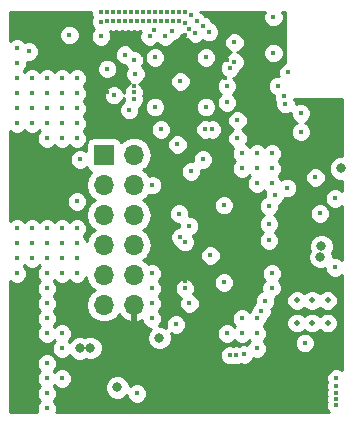
<source format=gbr>
G04 #@! TF.GenerationSoftware,KiCad,Pcbnew,(5.0.1)-3*
G04 #@! TF.CreationDate,2019-12-25T14:02:51-05:00*
G04 #@! TF.ProjectId,SmartWatch,536D61727457617463682E6B69636164,rev?*
G04 #@! TF.SameCoordinates,Original*
G04 #@! TF.FileFunction,Copper,L3,Inr,Signal*
G04 #@! TF.FilePolarity,Positive*
%FSLAX46Y46*%
G04 Gerber Fmt 4.6, Leading zero omitted, Abs format (unit mm)*
G04 Created by KiCad (PCBNEW (5.0.1)-3) date 12/25/2019 2:02:51 PM*
%MOMM*%
%LPD*%
G01*
G04 APERTURE LIST*
G04 #@! TA.AperFunction,ViaPad*
%ADD10R,1.700000X1.700000*%
G04 #@! TD*
G04 #@! TA.AperFunction,ViaPad*
%ADD11O,1.700000X1.700000*%
G04 #@! TD*
G04 #@! TA.AperFunction,ViaPad*
%ADD12C,0.500000*%
G04 #@! TD*
G04 #@! TA.AperFunction,ViaPad*
%ADD13C,0.450000*%
G04 #@! TD*
G04 #@! TA.AperFunction,ViaPad*
%ADD14C,0.800000*%
G04 #@! TD*
G04 #@! TA.AperFunction,Conductor*
%ADD15C,0.254000*%
G04 #@! TD*
G04 APERTURE END LIST*
D10*
G04 #@! TO.N,Net-(R4-Pad1)*
G04 #@! TO.C,U2*
X136908540Y-99181920D03*
D11*
G04 #@! TO.N,Net-(U2-Pad2)*
X139448540Y-99181920D03*
G04 #@! TO.N,/LCD_CS*
X136908540Y-101721920D03*
G04 #@! TO.N,/TOUCH_CS*
X139448540Y-101721920D03*
G04 #@! TO.N,/LCD_LED*
X136908540Y-104261920D03*
G04 #@! TO.N,/MISO*
X139448540Y-104261920D03*
G04 #@! TO.N,/LCD_RST*
X136908540Y-106801920D03*
G04 #@! TO.N,/LCD_A0*
X139448540Y-106801920D03*
G04 #@! TO.N,/LCD_SCK*
X136908540Y-109341920D03*
G04 #@! TO.N,/MOSI*
X139448540Y-109341920D03*
G04 #@! TO.N,GND*
X136908540Y-111881920D03*
G04 #@! TO.N,+3V3*
X139448540Y-111881920D03*
G04 #@! TD*
D12*
G04 #@! TO.N,GND*
G04 #@! TO.C,U1*
X153243760Y-113416040D03*
X153243760Y-111506040D03*
X154543760Y-113416040D03*
X154543760Y-111506040D03*
X155843760Y-113416040D03*
X155843760Y-111506040D03*
G04 #@! TD*
D13*
G04 #@! TO.N,*
X149860000Y-113030000D03*
G04 #@! TO.N,GND*
X143383000Y-92964000D03*
X141224000Y-95123000D03*
X145542000Y-95123000D03*
X145542000Y-90932000D03*
X141224000Y-90932000D03*
X155194000Y-104140000D03*
X147066000Y-109982000D03*
X143764000Y-110490000D03*
X143002000Y-113538000D03*
X147574000Y-116149625D03*
X148082000Y-116149625D03*
X148764220Y-116078000D03*
X136677400Y-87909400D03*
X137160000Y-87884000D03*
X137668000Y-87884000D03*
X138176000Y-87884000D03*
X138684000Y-87884000D03*
X139192000Y-87884000D03*
X139192000Y-87884000D03*
X139192000Y-87884000D03*
X139700000Y-87884000D03*
X140208000Y-87884000D03*
X140716000Y-87884000D03*
X141224000Y-87884000D03*
X136677400Y-87122000D03*
X137160000Y-87122000D03*
X137668000Y-87122000D03*
X138176000Y-87122000D03*
X138684000Y-87122000D03*
X139192000Y-87122000D03*
X139700000Y-87122000D03*
X140208000Y-87122000D03*
X140716000Y-87122000D03*
X141224000Y-87122000D03*
X141732000Y-87122000D03*
X142240000Y-87122000D03*
X142748000Y-87122000D03*
X143256000Y-87122000D03*
X143764000Y-87122000D03*
X144272000Y-87376000D03*
X144780000Y-87884000D03*
X145288000Y-88265000D03*
X145796000Y-88773000D03*
X141732000Y-87884000D03*
X142240000Y-87884000D03*
X142748000Y-87884000D03*
X143256000Y-87884000D03*
X143764000Y-88011000D03*
X144145000Y-88519000D03*
X144653000Y-88900000D03*
X136652000Y-89154000D03*
X137182860Y-91892120D03*
X148209000Y-96266000D03*
X148209000Y-97790000D03*
X134874000Y-99568000D03*
X134620000Y-103124000D03*
X151257000Y-87503000D03*
X150876000Y-105029000D03*
X150876000Y-103505000D03*
X150876000Y-106426000D03*
X156591000Y-120396000D03*
X156591000Y-119888000D03*
X156591000Y-119380000D03*
X156591000Y-118745000D03*
X156591000Y-118106520D03*
D14*
X155321654Y-106925994D03*
X156972000Y-100330000D03*
X138049000Y-118872000D03*
D13*
X133985000Y-89027000D03*
X130556000Y-90424000D03*
X149860000Y-99060000D03*
X149860000Y-100330000D03*
X149860000Y-101600000D03*
X129540000Y-90170000D03*
X129540000Y-91440000D03*
X129540000Y-92710000D03*
X129540000Y-93980000D03*
X129540000Y-95250000D03*
X129540000Y-96520000D03*
X130810000Y-92710000D03*
X132080000Y-92710000D03*
X133350000Y-92710000D03*
X134620000Y-92710000D03*
X130810000Y-93980000D03*
X132080000Y-93980000D03*
X133350000Y-93980000D03*
X134620000Y-93980000D03*
X130810000Y-95250000D03*
X132080000Y-95250000D03*
X133350000Y-95250000D03*
X134620000Y-95250000D03*
X134620000Y-96520000D03*
X133350000Y-96520000D03*
X132080000Y-96520000D03*
X130810000Y-96520000D03*
X132080000Y-97790000D03*
X133350000Y-97790000D03*
X134620000Y-97790000D03*
X133350000Y-105410000D03*
X134620000Y-105410000D03*
X134620000Y-106680000D03*
X134620000Y-107950000D03*
X133350000Y-107950000D03*
X133350000Y-106680000D03*
X140970000Y-111760000D03*
X140970000Y-110490000D03*
X140970000Y-109220000D03*
X140970000Y-113030000D03*
X147320000Y-114300000D03*
X148590000Y-114300000D03*
X149860000Y-114300000D03*
X149860000Y-115570000D03*
X139700000Y-119380000D03*
X153581100Y-97231200D03*
X153581100Y-95656400D03*
X129540000Y-105410000D03*
X130810000Y-105410000D03*
X132080000Y-105410000D03*
X132080000Y-106680000D03*
X130810000Y-106680000D03*
X129540000Y-106680000D03*
X129540000Y-107950000D03*
X130810000Y-107950000D03*
X132080000Y-107950000D03*
X132080000Y-109220000D03*
X129540000Y-109220000D03*
X133350000Y-109220000D03*
X134620000Y-109220000D03*
X132080000Y-110490000D03*
X132080000Y-111760000D03*
X132080000Y-113030000D03*
X132080000Y-114300000D03*
X133350000Y-115570000D03*
X133350000Y-118110000D03*
X132080000Y-118110000D03*
X132080000Y-116840000D03*
X132080000Y-120650000D03*
X132080000Y-119380000D03*
X133350000Y-114300000D03*
X148590000Y-113030000D03*
X148590000Y-99060000D03*
X148590000Y-100330000D03*
G04 #@! TO.N,+3V3*
X152654000Y-117856000D03*
X152638760Y-117348000D03*
X152638760Y-116840000D03*
X152638760Y-116332000D03*
X147066000Y-111252000D03*
X143764000Y-89027000D03*
X146812000Y-89408000D03*
X147320000Y-91186000D03*
X147193000Y-92710000D03*
X146812000Y-96393000D03*
X137160000Y-93853000D03*
X136017000Y-94996000D03*
X151384000Y-97790000D03*
X151384000Y-96266000D03*
X151257000Y-88900000D03*
X149352000Y-106426000D03*
X149352000Y-105029000D03*
X149352000Y-103505000D03*
X143845881Y-108757119D03*
X143764000Y-109855000D03*
X148463000Y-101473000D03*
X139446000Y-93345000D03*
X139192000Y-89916000D03*
G04 #@! TO.N,Net-(C9-Pad1)*
X147955000Y-89662000D03*
X142113000Y-89154000D03*
G04 #@! TO.N,/ESP32 Pico D4/IO32*
X141122400Y-88646000D03*
X152146000Y-94234000D03*
G04 #@! TO.N,Y_SIG*
X140774962Y-89143690D03*
X138671300Y-90686001D03*
G04 #@! TO.N,Z_SIG*
X137744200Y-94119700D03*
X142697200Y-88696800D03*
G04 #@! TO.N,/TOUCH_CS*
X139573000Y-92329000D03*
G04 #@! TO.N,/LCD_PEN*
X141732000Y-97028000D03*
X139063232Y-95375232D03*
G04 #@! TO.N,/ESP32 Pico D4/IO15*
X147955000Y-91313000D03*
X139446000Y-94445006D03*
G04 #@! TO.N,/ESP32 Pico D4/IO0*
X143267166Y-104151166D03*
X143129000Y-98298000D03*
G04 #@! TO.N,/LCD_SCK*
X145499997Y-97028000D03*
X145288000Y-99568000D03*
X144272000Y-100584000D03*
X143375090Y-106164090D03*
G04 #@! TO.N,/LCD_LED_CTRL*
X139446000Y-91186000D03*
X140986606Y-101740474D03*
G04 #@! TO.N,/LCD_RST*
X147320000Y-94742000D03*
G04 #@! TO.N,/LCD_A0*
X147320000Y-93341540D03*
X147066000Y-103450300D03*
G04 #@! TO.N,/ESP32 Pico D4/DTR*
X144145000Y-111760000D03*
X143764000Y-106553000D03*
G04 #@! TO.N,/ESP32 Pico D4/TXD*
X152273000Y-94869000D03*
X150241000Y-112395000D03*
G04 #@! TO.N,/ESP32 Pico D4/RXD*
X151638000Y-93345000D03*
X151110904Y-110433479D03*
G04 #@! TO.N,/ESP32 Pico D4/RTS*
X150547334Y-111558334D03*
X151384001Y-102616000D03*
X152527000Y-92202000D03*
X152423001Y-101981000D03*
D14*
G04 #@! TO.N,/ESP32 Pico D4/EN*
X141605000Y-114681000D03*
D13*
X144111007Y-105198924D03*
G04 #@! TO.N,/ESP32 Pico D4/CTS*
X151130000Y-109220000D03*
X151130000Y-101600000D03*
X151130000Y-99060000D03*
X151130000Y-100330000D03*
X151257000Y-90551000D03*
D14*
G04 #@! TO.N,VUSB*
X134874000Y-115570000D03*
X135763000Y-115519200D03*
X155248282Y-107823000D03*
D13*
G04 #@! TO.N,UV_LO*
X156464000Y-102870000D03*
X153908760Y-115111040D03*
G04 #@! TO.N,Net-(C1-Pad1)*
X156464000Y-108712000D03*
X154813000Y-101092000D03*
G04 #@! TO.N,/ESP32 Pico D4/IO13*
X147574000Y-91821000D03*
X139446000Y-93895003D03*
G04 #@! TO.N,/MOSI*
X146050000Y-97028000D03*
X145923000Y-107696000D03*
G04 #@! TD*
D15*
G04 #@! TO.N,+3V3*
G36*
X135817400Y-87293065D02*
X135909619Y-87515700D01*
X135817400Y-87738335D01*
X135817400Y-88080465D01*
X135948328Y-88396551D01*
X136070777Y-88519000D01*
X135922928Y-88666849D01*
X135792000Y-88982935D01*
X135792000Y-89325065D01*
X135922928Y-89641151D01*
X136164849Y-89883072D01*
X136480935Y-90014000D01*
X136823065Y-90014000D01*
X137139151Y-89883072D01*
X137381072Y-89641151D01*
X137512000Y-89325065D01*
X137512000Y-88982935D01*
X137401026Y-88715021D01*
X137414000Y-88709647D01*
X137496935Y-88744000D01*
X137839065Y-88744000D01*
X137922000Y-88709647D01*
X138004935Y-88744000D01*
X138347065Y-88744000D01*
X138430000Y-88709647D01*
X138512935Y-88744000D01*
X138855065Y-88744000D01*
X138938000Y-88709647D01*
X139020935Y-88744000D01*
X139363065Y-88744000D01*
X139446000Y-88709647D01*
X139528935Y-88744000D01*
X139871065Y-88744000D01*
X139954000Y-88709647D01*
X140013656Y-88734358D01*
X139914962Y-88972625D01*
X139914962Y-89314755D01*
X140045890Y-89630841D01*
X140287811Y-89872762D01*
X140603897Y-90003690D01*
X140946027Y-90003690D01*
X141262113Y-89872762D01*
X141438826Y-89696049D01*
X141625849Y-89883072D01*
X141941935Y-90014000D01*
X142284065Y-90014000D01*
X142600151Y-89883072D01*
X142842072Y-89641151D01*
X142878823Y-89552427D01*
X143184351Y-89425872D01*
X143426272Y-89183951D01*
X143475319Y-89065542D01*
X143657849Y-89248072D01*
X143909496Y-89352308D01*
X143923928Y-89387151D01*
X144165849Y-89629072D01*
X144481935Y-89760000D01*
X144824065Y-89760000D01*
X145140151Y-89629072D01*
X145288000Y-89481223D01*
X145308849Y-89502072D01*
X145624935Y-89633000D01*
X145967065Y-89633000D01*
X146283151Y-89502072D01*
X146525072Y-89260151D01*
X146656000Y-88944065D01*
X146656000Y-88601935D01*
X146525072Y-88285849D01*
X146283151Y-88043928D01*
X146095005Y-87965995D01*
X146017072Y-87777849D01*
X145775151Y-87535928D01*
X145523504Y-87431692D01*
X145509072Y-87396849D01*
X145267151Y-87154928D01*
X145079005Y-87076995D01*
X145065752Y-87045000D01*
X150515853Y-87045000D01*
X150397000Y-87331935D01*
X150397000Y-87674065D01*
X150527928Y-87990151D01*
X150769849Y-88232072D01*
X151085935Y-88363000D01*
X151428065Y-88363000D01*
X151744151Y-88232072D01*
X151986072Y-87990151D01*
X152117000Y-87674065D01*
X152117000Y-87331935D01*
X151998147Y-87045000D01*
X152223000Y-87045000D01*
X152223001Y-91397064D01*
X152039849Y-91472928D01*
X151797928Y-91714849D01*
X151667000Y-92030935D01*
X151667000Y-92373065D01*
X151713365Y-92485000D01*
X151466935Y-92485000D01*
X151150849Y-92615928D01*
X150908928Y-92857849D01*
X150778000Y-93173935D01*
X150778000Y-93516065D01*
X150908928Y-93832151D01*
X151150849Y-94074072D01*
X151286000Y-94130054D01*
X151286000Y-94405065D01*
X151413000Y-94711668D01*
X151413000Y-95040065D01*
X151543928Y-95356151D01*
X151785849Y-95598072D01*
X152101935Y-95729000D01*
X152444065Y-95729000D01*
X152721100Y-95614248D01*
X152721100Y-95827465D01*
X152852028Y-96143551D01*
X153093949Y-96385472D01*
X153234764Y-96443800D01*
X153093949Y-96502128D01*
X152852028Y-96744049D01*
X152721100Y-97060135D01*
X152721100Y-97402265D01*
X152852028Y-97718351D01*
X153093949Y-97960272D01*
X153410035Y-98091200D01*
X153752165Y-98091200D01*
X154068251Y-97960272D01*
X154310172Y-97718351D01*
X154441100Y-97402265D01*
X154441100Y-97060135D01*
X154310172Y-96744049D01*
X154068251Y-96502128D01*
X153927436Y-96443800D01*
X154068251Y-96385472D01*
X154310172Y-96143551D01*
X154441100Y-95827465D01*
X154441100Y-95485335D01*
X154310172Y-95169249D01*
X154068251Y-94927328D01*
X153752165Y-94796400D01*
X153410035Y-94796400D01*
X153133000Y-94911152D01*
X153133000Y-94697935D01*
X153014147Y-94411000D01*
X157049000Y-94411000D01*
X157049000Y-99295000D01*
X156766126Y-99295000D01*
X156385720Y-99452569D01*
X156094569Y-99743720D01*
X155937000Y-100124126D01*
X155937000Y-100535874D01*
X156094569Y-100916280D01*
X156385720Y-101207431D01*
X156766126Y-101365000D01*
X157049000Y-101365000D01*
X157049000Y-102238777D01*
X156951151Y-102140928D01*
X156635065Y-102010000D01*
X156292935Y-102010000D01*
X155976849Y-102140928D01*
X155734928Y-102382849D01*
X155604000Y-102698935D01*
X155604000Y-103041065D01*
X155734928Y-103357151D01*
X155976849Y-103599072D01*
X156292935Y-103730000D01*
X156635065Y-103730000D01*
X156951151Y-103599072D01*
X157049000Y-103501223D01*
X157049001Y-108080778D01*
X156951151Y-107982928D01*
X156635065Y-107852000D01*
X156292935Y-107852000D01*
X156283282Y-107855998D01*
X156283282Y-107617126D01*
X156219468Y-107463065D01*
X156356654Y-107131868D01*
X156356654Y-106720120D01*
X156199085Y-106339714D01*
X155907934Y-106048563D01*
X155527528Y-105890994D01*
X155115780Y-105890994D01*
X154735374Y-106048563D01*
X154444223Y-106339714D01*
X154286654Y-106720120D01*
X154286654Y-107131868D01*
X154350468Y-107285929D01*
X154213282Y-107617126D01*
X154213282Y-108028874D01*
X154370851Y-108409280D01*
X154662002Y-108700431D01*
X155042408Y-108858000D01*
X155454156Y-108858000D01*
X155604000Y-108795933D01*
X155604000Y-108883065D01*
X155734928Y-109199151D01*
X155976849Y-109441072D01*
X156292935Y-109572000D01*
X156635065Y-109572000D01*
X156951151Y-109441072D01*
X157049001Y-109343222D01*
X157049001Y-117365374D01*
X156762065Y-117246520D01*
X156419935Y-117246520D01*
X156103849Y-117377448D01*
X155861928Y-117619369D01*
X155731000Y-117935455D01*
X155731000Y-118277585D01*
X155792377Y-118425760D01*
X155731000Y-118573935D01*
X155731000Y-118916065D01*
X155791656Y-119062500D01*
X155731000Y-119208935D01*
X155731000Y-119551065D01*
X155765353Y-119634000D01*
X155731000Y-119716935D01*
X155731000Y-120059065D01*
X155765353Y-120142000D01*
X155731000Y-120224935D01*
X155731000Y-120567065D01*
X155861928Y-120883151D01*
X155959777Y-120981000D01*
X132873752Y-120981000D01*
X132940000Y-120821065D01*
X132940000Y-120478935D01*
X132809072Y-120162849D01*
X132661223Y-120015000D01*
X132809072Y-119867151D01*
X132940000Y-119551065D01*
X132940000Y-119208935D01*
X132809072Y-118892849D01*
X132661223Y-118745000D01*
X132715000Y-118691223D01*
X132862849Y-118839072D01*
X133178935Y-118970000D01*
X133521065Y-118970000D01*
X133837151Y-118839072D01*
X134010097Y-118666126D01*
X137014000Y-118666126D01*
X137014000Y-119077874D01*
X137171569Y-119458280D01*
X137462720Y-119749431D01*
X137843126Y-119907000D01*
X138254874Y-119907000D01*
X138635280Y-119749431D01*
X138840000Y-119544711D01*
X138840000Y-119551065D01*
X138970928Y-119867151D01*
X139212849Y-120109072D01*
X139528935Y-120240000D01*
X139871065Y-120240000D01*
X140187151Y-120109072D01*
X140429072Y-119867151D01*
X140560000Y-119551065D01*
X140560000Y-119208935D01*
X140429072Y-118892849D01*
X140187151Y-118650928D01*
X139871065Y-118520000D01*
X139528935Y-118520000D01*
X139212849Y-118650928D01*
X139084000Y-118779777D01*
X139084000Y-118666126D01*
X138926431Y-118285720D01*
X138635280Y-117994569D01*
X138254874Y-117837000D01*
X137843126Y-117837000D01*
X137462720Y-117994569D01*
X137171569Y-118285720D01*
X137014000Y-118666126D01*
X134010097Y-118666126D01*
X134079072Y-118597151D01*
X134210000Y-118281065D01*
X134210000Y-117938935D01*
X134079072Y-117622849D01*
X133837151Y-117380928D01*
X133521065Y-117250000D01*
X133178935Y-117250000D01*
X132862849Y-117380928D01*
X132715000Y-117528777D01*
X132661223Y-117475000D01*
X132809072Y-117327151D01*
X132940000Y-117011065D01*
X132940000Y-116668935D01*
X132809072Y-116352849D01*
X132567151Y-116110928D01*
X132251065Y-115980000D01*
X131908935Y-115980000D01*
X131592849Y-116110928D01*
X131350928Y-116352849D01*
X131220000Y-116668935D01*
X131220000Y-117011065D01*
X131350928Y-117327151D01*
X131498777Y-117475000D01*
X131350928Y-117622849D01*
X131220000Y-117938935D01*
X131220000Y-118281065D01*
X131350928Y-118597151D01*
X131498777Y-118745000D01*
X131350928Y-118892849D01*
X131220000Y-119208935D01*
X131220000Y-119551065D01*
X131350928Y-119867151D01*
X131498777Y-120015000D01*
X131350928Y-120162849D01*
X131220000Y-120478935D01*
X131220000Y-120821065D01*
X131286248Y-120981000D01*
X128955000Y-120981000D01*
X128955000Y-109851223D01*
X129052849Y-109949072D01*
X129368935Y-110080000D01*
X129711065Y-110080000D01*
X130027151Y-109949072D01*
X130269072Y-109707151D01*
X130400000Y-109391065D01*
X130400000Y-109048935D01*
X130269072Y-108732849D01*
X130121223Y-108585000D01*
X130175000Y-108531223D01*
X130322849Y-108679072D01*
X130638935Y-108810000D01*
X130981065Y-108810000D01*
X131297151Y-108679072D01*
X131445000Y-108531223D01*
X131498777Y-108585000D01*
X131350928Y-108732849D01*
X131220000Y-109048935D01*
X131220000Y-109391065D01*
X131350928Y-109707151D01*
X131498777Y-109855000D01*
X131350928Y-110002849D01*
X131220000Y-110318935D01*
X131220000Y-110661065D01*
X131350928Y-110977151D01*
X131498777Y-111125000D01*
X131350928Y-111272849D01*
X131220000Y-111588935D01*
X131220000Y-111931065D01*
X131350928Y-112247151D01*
X131498777Y-112395000D01*
X131350928Y-112542849D01*
X131220000Y-112858935D01*
X131220000Y-113201065D01*
X131350928Y-113517151D01*
X131498777Y-113665000D01*
X131350928Y-113812849D01*
X131220000Y-114128935D01*
X131220000Y-114471065D01*
X131350928Y-114787151D01*
X131592849Y-115029072D01*
X131908935Y-115160000D01*
X132251065Y-115160000D01*
X132567151Y-115029072D01*
X132715000Y-114881223D01*
X132768777Y-114935000D01*
X132620928Y-115082849D01*
X132490000Y-115398935D01*
X132490000Y-115741065D01*
X132620928Y-116057151D01*
X132862849Y-116299072D01*
X133178935Y-116430000D01*
X133521065Y-116430000D01*
X133837151Y-116299072D01*
X133991699Y-116144524D01*
X133996569Y-116156280D01*
X134287720Y-116447431D01*
X134668126Y-116605000D01*
X135079874Y-116605000D01*
X135379821Y-116480758D01*
X135557126Y-116554200D01*
X135968874Y-116554200D01*
X136349280Y-116396631D01*
X136640431Y-116105480D01*
X136798000Y-115725074D01*
X136798000Y-115313326D01*
X136640431Y-114932920D01*
X136349280Y-114641769D01*
X135968874Y-114484200D01*
X135557126Y-114484200D01*
X135257179Y-114608442D01*
X135079874Y-114535000D01*
X134668126Y-114535000D01*
X134287720Y-114692569D01*
X133996569Y-114983720D01*
X133991699Y-114995476D01*
X133931223Y-114935000D01*
X134079072Y-114787151D01*
X134210000Y-114471065D01*
X134210000Y-114128935D01*
X134079072Y-113812849D01*
X133837151Y-113570928D01*
X133521065Y-113440000D01*
X133178935Y-113440000D01*
X132862849Y-113570928D01*
X132715000Y-113718777D01*
X132661223Y-113665000D01*
X132809072Y-113517151D01*
X132940000Y-113201065D01*
X132940000Y-112858935D01*
X132809072Y-112542849D01*
X132661223Y-112395000D01*
X132809072Y-112247151D01*
X132940000Y-111931065D01*
X132940000Y-111588935D01*
X132809072Y-111272849D01*
X132661223Y-111125000D01*
X132809072Y-110977151D01*
X132940000Y-110661065D01*
X132940000Y-110318935D01*
X132809072Y-110002849D01*
X132661223Y-109855000D01*
X132715000Y-109801223D01*
X132862849Y-109949072D01*
X133178935Y-110080000D01*
X133521065Y-110080000D01*
X133837151Y-109949072D01*
X133985000Y-109801223D01*
X134132849Y-109949072D01*
X134448935Y-110080000D01*
X134791065Y-110080000D01*
X135107151Y-109949072D01*
X135349072Y-109707151D01*
X135428807Y-109514655D01*
X135509701Y-109921338D01*
X135837915Y-110412545D01*
X136136301Y-110611920D01*
X135837915Y-110811295D01*
X135509701Y-111302502D01*
X135394448Y-111881920D01*
X135509701Y-112461338D01*
X135837915Y-112952545D01*
X136329122Y-113280759D01*
X136762284Y-113366920D01*
X137054796Y-113366920D01*
X137487958Y-113280759D01*
X137979165Y-112952545D01*
X138179893Y-112652134D01*
X138567182Y-113077103D01*
X139091648Y-113323406D01*
X139321540Y-113202739D01*
X139321540Y-112008920D01*
X139301540Y-112008920D01*
X139301540Y-111754920D01*
X139321540Y-111754920D01*
X139321540Y-111734920D01*
X139575540Y-111734920D01*
X139575540Y-111754920D01*
X139595540Y-111754920D01*
X139595540Y-112008920D01*
X139575540Y-112008920D01*
X139575540Y-113202739D01*
X139805432Y-113323406D01*
X140110000Y-113180373D01*
X140110000Y-113201065D01*
X140240928Y-113517151D01*
X140482849Y-113759072D01*
X140798935Y-113890000D01*
X140932289Y-113890000D01*
X140727569Y-114094720D01*
X140570000Y-114475126D01*
X140570000Y-114886874D01*
X140727569Y-115267280D01*
X141018720Y-115558431D01*
X141399126Y-115716000D01*
X141810874Y-115716000D01*
X142191280Y-115558431D01*
X142482431Y-115267280D01*
X142640000Y-114886874D01*
X142640000Y-114475126D01*
X142561893Y-114286558D01*
X142830935Y-114398000D01*
X143173065Y-114398000D01*
X143489151Y-114267072D01*
X143627288Y-114128935D01*
X146460000Y-114128935D01*
X146460000Y-114471065D01*
X146590928Y-114787151D01*
X146832849Y-115029072D01*
X147148935Y-115160000D01*
X147491065Y-115160000D01*
X147807151Y-115029072D01*
X147955000Y-114881223D01*
X148102849Y-115029072D01*
X148418935Y-115160000D01*
X148761065Y-115160000D01*
X149077151Y-115029072D01*
X149225000Y-114881223D01*
X149278777Y-114935000D01*
X149130928Y-115082849D01*
X149054493Y-115267378D01*
X148935285Y-115218000D01*
X148593155Y-115218000D01*
X148336652Y-115324248D01*
X148253065Y-115289625D01*
X147910935Y-115289625D01*
X147828000Y-115323978D01*
X147745065Y-115289625D01*
X147402935Y-115289625D01*
X147086849Y-115420553D01*
X146844928Y-115662474D01*
X146714000Y-115978560D01*
X146714000Y-116320690D01*
X146844928Y-116636776D01*
X147086849Y-116878697D01*
X147402935Y-117009625D01*
X147745065Y-117009625D01*
X147828000Y-116975272D01*
X147910935Y-117009625D01*
X148253065Y-117009625D01*
X148509568Y-116903377D01*
X148593155Y-116938000D01*
X148935285Y-116938000D01*
X149251371Y-116807072D01*
X149493292Y-116565151D01*
X149569727Y-116380622D01*
X149688935Y-116430000D01*
X150031065Y-116430000D01*
X150347151Y-116299072D01*
X150589072Y-116057151D01*
X150720000Y-115741065D01*
X150720000Y-115398935D01*
X150589072Y-115082849D01*
X150446198Y-114939975D01*
X153048760Y-114939975D01*
X153048760Y-115282105D01*
X153179688Y-115598191D01*
X153421609Y-115840112D01*
X153737695Y-115971040D01*
X154079825Y-115971040D01*
X154395911Y-115840112D01*
X154637832Y-115598191D01*
X154768760Y-115282105D01*
X154768760Y-114939975D01*
X154637832Y-114623889D01*
X154395911Y-114381968D01*
X154079825Y-114251040D01*
X153737695Y-114251040D01*
X153421609Y-114381968D01*
X153179688Y-114623889D01*
X153048760Y-114939975D01*
X150446198Y-114939975D01*
X150441223Y-114935000D01*
X150589072Y-114787151D01*
X150720000Y-114471065D01*
X150720000Y-114128935D01*
X150589072Y-113812849D01*
X150441223Y-113665000D01*
X150589072Y-113517151D01*
X150703871Y-113240003D01*
X152358760Y-113240003D01*
X152358760Y-113592077D01*
X152493493Y-113917352D01*
X152742448Y-114166307D01*
X153067723Y-114301040D01*
X153419797Y-114301040D01*
X153745072Y-114166307D01*
X153893760Y-114017619D01*
X154042448Y-114166307D01*
X154367723Y-114301040D01*
X154719797Y-114301040D01*
X155045072Y-114166307D01*
X155193760Y-114017619D01*
X155342448Y-114166307D01*
X155667723Y-114301040D01*
X156019797Y-114301040D01*
X156345072Y-114166307D01*
X156594027Y-113917352D01*
X156728760Y-113592077D01*
X156728760Y-113240003D01*
X156594027Y-112914728D01*
X156345072Y-112665773D01*
X156019797Y-112531040D01*
X155667723Y-112531040D01*
X155342448Y-112665773D01*
X155193760Y-112814461D01*
X155045072Y-112665773D01*
X154719797Y-112531040D01*
X154367723Y-112531040D01*
X154042448Y-112665773D01*
X153893760Y-112814461D01*
X153745072Y-112665773D01*
X153419797Y-112531040D01*
X153067723Y-112531040D01*
X152742448Y-112665773D01*
X152493493Y-112914728D01*
X152358760Y-113240003D01*
X150703871Y-113240003D01*
X150720000Y-113201065D01*
X150720000Y-113127448D01*
X150728151Y-113124072D01*
X150970072Y-112882151D01*
X151101000Y-112566065D01*
X151101000Y-112223935D01*
X151100108Y-112221783D01*
X151276406Y-112045485D01*
X151407334Y-111729399D01*
X151407334Y-111387269D01*
X151383614Y-111330003D01*
X152358760Y-111330003D01*
X152358760Y-111682077D01*
X152493493Y-112007352D01*
X152742448Y-112256307D01*
X153067723Y-112391040D01*
X153419797Y-112391040D01*
X153745072Y-112256307D01*
X153893760Y-112107619D01*
X154042448Y-112256307D01*
X154367723Y-112391040D01*
X154719797Y-112391040D01*
X155045072Y-112256307D01*
X155193760Y-112107619D01*
X155342448Y-112256307D01*
X155667723Y-112391040D01*
X156019797Y-112391040D01*
X156345072Y-112256307D01*
X156594027Y-112007352D01*
X156728760Y-111682077D01*
X156728760Y-111330003D01*
X156594027Y-111004728D01*
X156345072Y-110755773D01*
X156019797Y-110621040D01*
X155667723Y-110621040D01*
X155342448Y-110755773D01*
X155193760Y-110904461D01*
X155045072Y-110755773D01*
X154719797Y-110621040D01*
X154367723Y-110621040D01*
X154042448Y-110755773D01*
X153893760Y-110904461D01*
X153745072Y-110755773D01*
X153419797Y-110621040D01*
X153067723Y-110621040D01*
X152742448Y-110755773D01*
X152493493Y-111004728D01*
X152358760Y-111330003D01*
X151383614Y-111330003D01*
X151355815Y-111262891D01*
X151598055Y-111162551D01*
X151839976Y-110920630D01*
X151970904Y-110604544D01*
X151970904Y-110262414D01*
X151839976Y-109946328D01*
X151729936Y-109836288D01*
X151859072Y-109707151D01*
X151990000Y-109391065D01*
X151990000Y-109048935D01*
X151859072Y-108732849D01*
X151617151Y-108490928D01*
X151301065Y-108360000D01*
X150958935Y-108360000D01*
X150642849Y-108490928D01*
X150400928Y-108732849D01*
X150270000Y-109048935D01*
X150270000Y-109391065D01*
X150400928Y-109707151D01*
X150510969Y-109817192D01*
X150381832Y-109946328D01*
X150250904Y-110262414D01*
X150250904Y-110604544D01*
X150302423Y-110728922D01*
X150060183Y-110829262D01*
X149818262Y-111071183D01*
X149687334Y-111387269D01*
X149687334Y-111729399D01*
X149688226Y-111731551D01*
X149511928Y-111907849D01*
X149381000Y-112223935D01*
X149381000Y-112297552D01*
X149372849Y-112300928D01*
X149225000Y-112448777D01*
X149077151Y-112300928D01*
X148761065Y-112170000D01*
X148418935Y-112170000D01*
X148102849Y-112300928D01*
X147860928Y-112542849D01*
X147730000Y-112858935D01*
X147730000Y-113201065D01*
X147860928Y-113517151D01*
X148008777Y-113665000D01*
X147955000Y-113718777D01*
X147807151Y-113570928D01*
X147491065Y-113440000D01*
X147148935Y-113440000D01*
X146832849Y-113570928D01*
X146590928Y-113812849D01*
X146460000Y-114128935D01*
X143627288Y-114128935D01*
X143731072Y-114025151D01*
X143862000Y-113709065D01*
X143862000Y-113366935D01*
X143731072Y-113050849D01*
X143489151Y-112808928D01*
X143173065Y-112678000D01*
X142830935Y-112678000D01*
X142514849Y-112808928D01*
X142272928Y-113050849D01*
X142142000Y-113366935D01*
X142142000Y-113709065D01*
X142179046Y-113798502D01*
X141810874Y-113646000D01*
X141570223Y-113646000D01*
X141699072Y-113517151D01*
X141830000Y-113201065D01*
X141830000Y-112858935D01*
X141699072Y-112542849D01*
X141551223Y-112395000D01*
X141699072Y-112247151D01*
X141830000Y-111931065D01*
X141830000Y-111588935D01*
X141699072Y-111272849D01*
X141551223Y-111125000D01*
X141699072Y-110977151D01*
X141830000Y-110661065D01*
X141830000Y-110318935D01*
X142904000Y-110318935D01*
X142904000Y-110661065D01*
X143034928Y-110977151D01*
X143276849Y-111219072D01*
X143414573Y-111276120D01*
X143285000Y-111588935D01*
X143285000Y-111931065D01*
X143415928Y-112247151D01*
X143657849Y-112489072D01*
X143973935Y-112620000D01*
X144316065Y-112620000D01*
X144632151Y-112489072D01*
X144874072Y-112247151D01*
X145005000Y-111931065D01*
X145005000Y-111588935D01*
X144874072Y-111272849D01*
X144632151Y-111030928D01*
X144494427Y-110973880D01*
X144624000Y-110661065D01*
X144624000Y-110318935D01*
X144493072Y-110002849D01*
X144301158Y-109810935D01*
X146206000Y-109810935D01*
X146206000Y-110153065D01*
X146336928Y-110469151D01*
X146578849Y-110711072D01*
X146894935Y-110842000D01*
X147237065Y-110842000D01*
X147553151Y-110711072D01*
X147795072Y-110469151D01*
X147926000Y-110153065D01*
X147926000Y-109810935D01*
X147795072Y-109494849D01*
X147553151Y-109252928D01*
X147237065Y-109122000D01*
X146894935Y-109122000D01*
X146578849Y-109252928D01*
X146336928Y-109494849D01*
X146206000Y-109810935D01*
X144301158Y-109810935D01*
X144251151Y-109760928D01*
X143935065Y-109630000D01*
X143592935Y-109630000D01*
X143276849Y-109760928D01*
X143034928Y-110002849D01*
X142904000Y-110318935D01*
X141830000Y-110318935D01*
X141699072Y-110002849D01*
X141551223Y-109855000D01*
X141699072Y-109707151D01*
X141830000Y-109391065D01*
X141830000Y-109048935D01*
X141699072Y-108732849D01*
X141457151Y-108490928D01*
X141141065Y-108360000D01*
X140798935Y-108360000D01*
X140626234Y-108431535D01*
X140519165Y-108271295D01*
X140220779Y-108071920D01*
X140519165Y-107872545D01*
X140751430Y-107524935D01*
X145063000Y-107524935D01*
X145063000Y-107867065D01*
X145193928Y-108183151D01*
X145435849Y-108425072D01*
X145751935Y-108556000D01*
X146094065Y-108556000D01*
X146410151Y-108425072D01*
X146652072Y-108183151D01*
X146783000Y-107867065D01*
X146783000Y-107524935D01*
X146652072Y-107208849D01*
X146410151Y-106966928D01*
X146094065Y-106836000D01*
X145751935Y-106836000D01*
X145435849Y-106966928D01*
X145193928Y-107208849D01*
X145063000Y-107524935D01*
X140751430Y-107524935D01*
X140847379Y-107381338D01*
X140962632Y-106801920D01*
X140847379Y-106222502D01*
X140519165Y-105731295D01*
X140220779Y-105531920D01*
X140519165Y-105332545D01*
X140847379Y-104841338D01*
X140962632Y-104261920D01*
X140906575Y-103980101D01*
X142407166Y-103980101D01*
X142407166Y-104322231D01*
X142538094Y-104638317D01*
X142780015Y-104880238D01*
X143096101Y-105011166D01*
X143257922Y-105011166D01*
X143251007Y-105027859D01*
X143251007Y-105304090D01*
X143204025Y-105304090D01*
X142887939Y-105435018D01*
X142646018Y-105676939D01*
X142515090Y-105993025D01*
X142515090Y-106335155D01*
X142646018Y-106651241D01*
X142887939Y-106893162D01*
X142991876Y-106936214D01*
X143034928Y-107040151D01*
X143276849Y-107282072D01*
X143592935Y-107413000D01*
X143935065Y-107413000D01*
X144251151Y-107282072D01*
X144493072Y-107040151D01*
X144624000Y-106724065D01*
X144624000Y-106381935D01*
X144493072Y-106065849D01*
X144426375Y-105999152D01*
X144598158Y-105927996D01*
X144840079Y-105686075D01*
X144971007Y-105369989D01*
X144971007Y-105027859D01*
X144840079Y-104711773D01*
X144598158Y-104469852D01*
X144282072Y-104338924D01*
X144120251Y-104338924D01*
X144127166Y-104322231D01*
X144127166Y-103980101D01*
X143996238Y-103664015D01*
X143754317Y-103422094D01*
X143438231Y-103291166D01*
X143096101Y-103291166D01*
X142780015Y-103422094D01*
X142538094Y-103664015D01*
X142407166Y-103980101D01*
X140906575Y-103980101D01*
X140847379Y-103682502D01*
X140577925Y-103279235D01*
X146206000Y-103279235D01*
X146206000Y-103621365D01*
X146336928Y-103937451D01*
X146578849Y-104179372D01*
X146894935Y-104310300D01*
X147237065Y-104310300D01*
X147553151Y-104179372D01*
X147795072Y-103937451D01*
X147926000Y-103621365D01*
X147926000Y-103279235D01*
X147795072Y-102963149D01*
X147553151Y-102721228D01*
X147237065Y-102590300D01*
X146894935Y-102590300D01*
X146578849Y-102721228D01*
X146336928Y-102963149D01*
X146206000Y-103279235D01*
X140577925Y-103279235D01*
X140519165Y-103191295D01*
X140220779Y-102991920D01*
X140519165Y-102792545D01*
X140683929Y-102545958D01*
X140815541Y-102600474D01*
X141157671Y-102600474D01*
X141473757Y-102469546D01*
X141715678Y-102227625D01*
X141846606Y-101911539D01*
X141846606Y-101569409D01*
X141715678Y-101253323D01*
X141473757Y-101011402D01*
X141157671Y-100880474D01*
X140815541Y-100880474D01*
X140703349Y-100926946D01*
X140519165Y-100651295D01*
X140220779Y-100451920D01*
X140279124Y-100412935D01*
X143412000Y-100412935D01*
X143412000Y-100755065D01*
X143542928Y-101071151D01*
X143784849Y-101313072D01*
X144100935Y-101444000D01*
X144443065Y-101444000D01*
X144759151Y-101313072D01*
X145001072Y-101071151D01*
X145132000Y-100755065D01*
X145132000Y-100428000D01*
X145459065Y-100428000D01*
X145775151Y-100297072D01*
X146017072Y-100055151D01*
X146148000Y-99739065D01*
X146148000Y-99396935D01*
X146017072Y-99080849D01*
X145775151Y-98838928D01*
X145459065Y-98708000D01*
X145116935Y-98708000D01*
X144800849Y-98838928D01*
X144558928Y-99080849D01*
X144428000Y-99396935D01*
X144428000Y-99724000D01*
X144100935Y-99724000D01*
X143784849Y-99854928D01*
X143542928Y-100096849D01*
X143412000Y-100412935D01*
X140279124Y-100412935D01*
X140519165Y-100252545D01*
X140847379Y-99761338D01*
X140962632Y-99181920D01*
X140847379Y-98602502D01*
X140529616Y-98126935D01*
X142269000Y-98126935D01*
X142269000Y-98469065D01*
X142399928Y-98785151D01*
X142641849Y-99027072D01*
X142957935Y-99158000D01*
X143300065Y-99158000D01*
X143616151Y-99027072D01*
X143858072Y-98785151D01*
X143989000Y-98469065D01*
X143989000Y-98126935D01*
X143858072Y-97810849D01*
X143616151Y-97568928D01*
X143300065Y-97438000D01*
X142957935Y-97438000D01*
X142641849Y-97568928D01*
X142399928Y-97810849D01*
X142269000Y-98126935D01*
X140529616Y-98126935D01*
X140519165Y-98111295D01*
X140027958Y-97783081D01*
X139594796Y-97696920D01*
X139302284Y-97696920D01*
X138869122Y-97783081D01*
X138377915Y-98111295D01*
X138365724Y-98129539D01*
X138356697Y-98084155D01*
X138216349Y-97874111D01*
X138006305Y-97733763D01*
X137758540Y-97684480D01*
X136058540Y-97684480D01*
X135810775Y-97733763D01*
X135600731Y-97874111D01*
X135460383Y-98084155D01*
X135411100Y-98331920D01*
X135411100Y-98888877D01*
X135361151Y-98838928D01*
X135045065Y-98708000D01*
X134702935Y-98708000D01*
X134386849Y-98838928D01*
X134144928Y-99080849D01*
X134014000Y-99396935D01*
X134014000Y-99739065D01*
X134144928Y-100055151D01*
X134386849Y-100297072D01*
X134702935Y-100428000D01*
X135045065Y-100428000D01*
X135361151Y-100297072D01*
X135446804Y-100211419D01*
X135460383Y-100279685D01*
X135600731Y-100489729D01*
X135810775Y-100630077D01*
X135856159Y-100639104D01*
X135837915Y-100651295D01*
X135509701Y-101142502D01*
X135394448Y-101721920D01*
X135509701Y-102301338D01*
X135837915Y-102792545D01*
X136136301Y-102991920D01*
X135837915Y-103191295D01*
X135509701Y-103682502D01*
X135394448Y-104261920D01*
X135509701Y-104841338D01*
X135837915Y-105332545D01*
X136136301Y-105531920D01*
X135837915Y-105731295D01*
X135509701Y-106222502D01*
X135461574Y-106464452D01*
X135349072Y-106192849D01*
X135201223Y-106045000D01*
X135349072Y-105897151D01*
X135480000Y-105581065D01*
X135480000Y-105238935D01*
X135349072Y-104922849D01*
X135107151Y-104680928D01*
X134791065Y-104550000D01*
X134448935Y-104550000D01*
X134132849Y-104680928D01*
X133985000Y-104828777D01*
X133837151Y-104680928D01*
X133521065Y-104550000D01*
X133178935Y-104550000D01*
X132862849Y-104680928D01*
X132715000Y-104828777D01*
X132567151Y-104680928D01*
X132251065Y-104550000D01*
X131908935Y-104550000D01*
X131592849Y-104680928D01*
X131445000Y-104828777D01*
X131297151Y-104680928D01*
X130981065Y-104550000D01*
X130638935Y-104550000D01*
X130322849Y-104680928D01*
X130175000Y-104828777D01*
X130027151Y-104680928D01*
X129711065Y-104550000D01*
X129368935Y-104550000D01*
X129052849Y-104680928D01*
X128955000Y-104778777D01*
X128955000Y-102952935D01*
X133760000Y-102952935D01*
X133760000Y-103295065D01*
X133890928Y-103611151D01*
X134132849Y-103853072D01*
X134448935Y-103984000D01*
X134791065Y-103984000D01*
X135107151Y-103853072D01*
X135349072Y-103611151D01*
X135480000Y-103295065D01*
X135480000Y-102952935D01*
X135349072Y-102636849D01*
X135107151Y-102394928D01*
X134791065Y-102264000D01*
X134448935Y-102264000D01*
X134132849Y-102394928D01*
X133890928Y-102636849D01*
X133760000Y-102952935D01*
X128955000Y-102952935D01*
X128955000Y-97151223D01*
X129052849Y-97249072D01*
X129368935Y-97380000D01*
X129711065Y-97380000D01*
X130027151Y-97249072D01*
X130175000Y-97101223D01*
X130322849Y-97249072D01*
X130638935Y-97380000D01*
X130981065Y-97380000D01*
X131297151Y-97249072D01*
X131445000Y-97101223D01*
X131498777Y-97155000D01*
X131350928Y-97302849D01*
X131220000Y-97618935D01*
X131220000Y-97961065D01*
X131350928Y-98277151D01*
X131592849Y-98519072D01*
X131908935Y-98650000D01*
X132251065Y-98650000D01*
X132567151Y-98519072D01*
X132715000Y-98371223D01*
X132862849Y-98519072D01*
X133178935Y-98650000D01*
X133521065Y-98650000D01*
X133837151Y-98519072D01*
X133985000Y-98371223D01*
X134132849Y-98519072D01*
X134448935Y-98650000D01*
X134791065Y-98650000D01*
X135107151Y-98519072D01*
X135349072Y-98277151D01*
X135480000Y-97961065D01*
X135480000Y-97618935D01*
X135349072Y-97302849D01*
X135201223Y-97155000D01*
X135349072Y-97007151D01*
X135411293Y-96856935D01*
X140872000Y-96856935D01*
X140872000Y-97199065D01*
X141002928Y-97515151D01*
X141244849Y-97757072D01*
X141560935Y-97888000D01*
X141903065Y-97888000D01*
X142219151Y-97757072D01*
X142461072Y-97515151D01*
X142592000Y-97199065D01*
X142592000Y-96856935D01*
X144639997Y-96856935D01*
X144639997Y-97199065D01*
X144770925Y-97515151D01*
X145012846Y-97757072D01*
X145328932Y-97888000D01*
X145671062Y-97888000D01*
X145774999Y-97844948D01*
X145878935Y-97888000D01*
X146221065Y-97888000D01*
X146537151Y-97757072D01*
X146779072Y-97515151D01*
X146910000Y-97199065D01*
X146910000Y-96856935D01*
X146779072Y-96540849D01*
X146537151Y-96298928D01*
X146221065Y-96168000D01*
X145878935Y-96168000D01*
X145774999Y-96211052D01*
X145671062Y-96168000D01*
X145328932Y-96168000D01*
X145012846Y-96298928D01*
X144770925Y-96540849D01*
X144639997Y-96856935D01*
X142592000Y-96856935D01*
X142461072Y-96540849D01*
X142219151Y-96298928D01*
X141903065Y-96168000D01*
X141560935Y-96168000D01*
X141244849Y-96298928D01*
X141002928Y-96540849D01*
X140872000Y-96856935D01*
X135411293Y-96856935D01*
X135480000Y-96691065D01*
X135480000Y-96348935D01*
X135349072Y-96032849D01*
X135201223Y-95885000D01*
X135349072Y-95737151D01*
X135480000Y-95421065D01*
X135480000Y-95078935D01*
X135349072Y-94762849D01*
X135201223Y-94615000D01*
X135349072Y-94467151D01*
X135480000Y-94151065D01*
X135480000Y-93948635D01*
X136884200Y-93948635D01*
X136884200Y-94290765D01*
X137015128Y-94606851D01*
X137257049Y-94848772D01*
X137573135Y-94979700D01*
X137915265Y-94979700D01*
X138231351Y-94848772D01*
X138473272Y-94606851D01*
X138586000Y-94334703D01*
X138586000Y-94616071D01*
X138595185Y-94638247D01*
X138576081Y-94646160D01*
X138334160Y-94888081D01*
X138203232Y-95204167D01*
X138203232Y-95546297D01*
X138334160Y-95862383D01*
X138576081Y-96104304D01*
X138892167Y-96235232D01*
X139234297Y-96235232D01*
X139550383Y-96104304D01*
X139559752Y-96094935D01*
X147349000Y-96094935D01*
X147349000Y-96437065D01*
X147479928Y-96753151D01*
X147721849Y-96995072D01*
X147801344Y-97028000D01*
X147721849Y-97060928D01*
X147479928Y-97302849D01*
X147349000Y-97618935D01*
X147349000Y-97961065D01*
X147479928Y-98277151D01*
X147721849Y-98519072D01*
X147859573Y-98576120D01*
X147730000Y-98888935D01*
X147730000Y-99231065D01*
X147860928Y-99547151D01*
X148008777Y-99695000D01*
X147860928Y-99842849D01*
X147730000Y-100158935D01*
X147730000Y-100501065D01*
X147860928Y-100817151D01*
X148102849Y-101059072D01*
X148418935Y-101190000D01*
X148761065Y-101190000D01*
X149077151Y-101059072D01*
X149225000Y-100911223D01*
X149278777Y-100965000D01*
X149130928Y-101112849D01*
X149000000Y-101428935D01*
X149000000Y-101771065D01*
X149130928Y-102087151D01*
X149372849Y-102329072D01*
X149688935Y-102460000D01*
X150031065Y-102460000D01*
X150347151Y-102329072D01*
X150495000Y-102181223D01*
X150592747Y-102278970D01*
X150524001Y-102444935D01*
X150524001Y-102719946D01*
X150388849Y-102775928D01*
X150146928Y-103017849D01*
X150016000Y-103333935D01*
X150016000Y-103676065D01*
X150146928Y-103992151D01*
X150388849Y-104234072D01*
X150468344Y-104267000D01*
X150388849Y-104299928D01*
X150146928Y-104541849D01*
X150016000Y-104857935D01*
X150016000Y-105200065D01*
X150146928Y-105516151D01*
X150358277Y-105727500D01*
X150146928Y-105938849D01*
X150016000Y-106254935D01*
X150016000Y-106597065D01*
X150146928Y-106913151D01*
X150388849Y-107155072D01*
X150704935Y-107286000D01*
X151047065Y-107286000D01*
X151363151Y-107155072D01*
X151605072Y-106913151D01*
X151736000Y-106597065D01*
X151736000Y-106254935D01*
X151605072Y-105938849D01*
X151393723Y-105727500D01*
X151605072Y-105516151D01*
X151736000Y-105200065D01*
X151736000Y-104857935D01*
X151605072Y-104541849D01*
X151363151Y-104299928D01*
X151283656Y-104267000D01*
X151363151Y-104234072D01*
X151605072Y-103992151D01*
X151614688Y-103968935D01*
X154334000Y-103968935D01*
X154334000Y-104311065D01*
X154464928Y-104627151D01*
X154706849Y-104869072D01*
X155022935Y-105000000D01*
X155365065Y-105000000D01*
X155681151Y-104869072D01*
X155923072Y-104627151D01*
X156054000Y-104311065D01*
X156054000Y-103968935D01*
X155923072Y-103652849D01*
X155681151Y-103410928D01*
X155365065Y-103280000D01*
X155022935Y-103280000D01*
X154706849Y-103410928D01*
X154464928Y-103652849D01*
X154334000Y-103968935D01*
X151614688Y-103968935D01*
X151736000Y-103676065D01*
X151736000Y-103401054D01*
X151871152Y-103345072D01*
X152113073Y-103103151D01*
X152226094Y-102830296D01*
X152251936Y-102841000D01*
X152594066Y-102841000D01*
X152910152Y-102710072D01*
X153152073Y-102468151D01*
X153283001Y-102152065D01*
X153283001Y-101809935D01*
X153152073Y-101493849D01*
X152910152Y-101251928D01*
X152594066Y-101121000D01*
X152251936Y-101121000D01*
X151935850Y-101251928D01*
X151922295Y-101265483D01*
X151859072Y-101112849D01*
X151711223Y-100965000D01*
X151755288Y-100920935D01*
X153953000Y-100920935D01*
X153953000Y-101263065D01*
X154083928Y-101579151D01*
X154325849Y-101821072D01*
X154641935Y-101952000D01*
X154984065Y-101952000D01*
X155300151Y-101821072D01*
X155542072Y-101579151D01*
X155673000Y-101263065D01*
X155673000Y-100920935D01*
X155542072Y-100604849D01*
X155300151Y-100362928D01*
X154984065Y-100232000D01*
X154641935Y-100232000D01*
X154325849Y-100362928D01*
X154083928Y-100604849D01*
X153953000Y-100920935D01*
X151755288Y-100920935D01*
X151859072Y-100817151D01*
X151990000Y-100501065D01*
X151990000Y-100158935D01*
X151859072Y-99842849D01*
X151711223Y-99695000D01*
X151859072Y-99547151D01*
X151990000Y-99231065D01*
X151990000Y-98888935D01*
X151859072Y-98572849D01*
X151617151Y-98330928D01*
X151301065Y-98200000D01*
X150958935Y-98200000D01*
X150642849Y-98330928D01*
X150495000Y-98478777D01*
X150347151Y-98330928D01*
X150031065Y-98200000D01*
X149688935Y-98200000D01*
X149372849Y-98330928D01*
X149225000Y-98478777D01*
X149077151Y-98330928D01*
X148939427Y-98273880D01*
X149069000Y-97961065D01*
X149069000Y-97618935D01*
X148938072Y-97302849D01*
X148696151Y-97060928D01*
X148616656Y-97028000D01*
X148696151Y-96995072D01*
X148938072Y-96753151D01*
X149069000Y-96437065D01*
X149069000Y-96094935D01*
X148938072Y-95778849D01*
X148696151Y-95536928D01*
X148380065Y-95406000D01*
X148037935Y-95406000D01*
X147721849Y-95536928D01*
X147479928Y-95778849D01*
X147349000Y-96094935D01*
X139559752Y-96094935D01*
X139792304Y-95862383D01*
X139923232Y-95546297D01*
X139923232Y-95204167D01*
X139914047Y-95181991D01*
X139933151Y-95174078D01*
X140155294Y-94951935D01*
X140364000Y-94951935D01*
X140364000Y-95294065D01*
X140494928Y-95610151D01*
X140736849Y-95852072D01*
X141052935Y-95983000D01*
X141395065Y-95983000D01*
X141711151Y-95852072D01*
X141953072Y-95610151D01*
X142084000Y-95294065D01*
X142084000Y-94951935D01*
X144682000Y-94951935D01*
X144682000Y-95294065D01*
X144812928Y-95610151D01*
X145054849Y-95852072D01*
X145370935Y-95983000D01*
X145713065Y-95983000D01*
X146029151Y-95852072D01*
X146271072Y-95610151D01*
X146402000Y-95294065D01*
X146402000Y-94951935D01*
X146271072Y-94635849D01*
X146029151Y-94393928D01*
X145713065Y-94263000D01*
X145370935Y-94263000D01*
X145054849Y-94393928D01*
X144812928Y-94635849D01*
X144682000Y-94951935D01*
X142084000Y-94951935D01*
X141953072Y-94635849D01*
X141711151Y-94393928D01*
X141395065Y-94263000D01*
X141052935Y-94263000D01*
X140736849Y-94393928D01*
X140494928Y-94635849D01*
X140364000Y-94951935D01*
X140155294Y-94951935D01*
X140175072Y-94932157D01*
X140306000Y-94616071D01*
X140306000Y-94273941D01*
X140262948Y-94170004D01*
X140306000Y-94066068D01*
X140306000Y-93723938D01*
X140175072Y-93407852D01*
X139933151Y-93165931D01*
X139866455Y-93138304D01*
X140060151Y-93058072D01*
X140302072Y-92816151D01*
X140311688Y-92792935D01*
X142523000Y-92792935D01*
X142523000Y-93135065D01*
X142653928Y-93451151D01*
X142895849Y-93693072D01*
X143211935Y-93824000D01*
X143554065Y-93824000D01*
X143870151Y-93693072D01*
X144112072Y-93451151D01*
X144228332Y-93170475D01*
X146460000Y-93170475D01*
X146460000Y-93512605D01*
X146590928Y-93828691D01*
X146804007Y-94041770D01*
X146590928Y-94254849D01*
X146460000Y-94570935D01*
X146460000Y-94913065D01*
X146590928Y-95229151D01*
X146832849Y-95471072D01*
X147148935Y-95602000D01*
X147491065Y-95602000D01*
X147807151Y-95471072D01*
X148049072Y-95229151D01*
X148180000Y-94913065D01*
X148180000Y-94570935D01*
X148049072Y-94254849D01*
X147835993Y-94041770D01*
X148049072Y-93828691D01*
X148180000Y-93512605D01*
X148180000Y-93170475D01*
X148049072Y-92854389D01*
X147837426Y-92642743D01*
X148061151Y-92550072D01*
X148303072Y-92308151D01*
X148407308Y-92056504D01*
X148442151Y-92042072D01*
X148684072Y-91800151D01*
X148815000Y-91484065D01*
X148815000Y-91141935D01*
X148684072Y-90825849D01*
X148442151Y-90583928D01*
X148209355Y-90487500D01*
X148442151Y-90391072D01*
X148453288Y-90379935D01*
X150397000Y-90379935D01*
X150397000Y-90722065D01*
X150527928Y-91038151D01*
X150769849Y-91280072D01*
X151085935Y-91411000D01*
X151428065Y-91411000D01*
X151744151Y-91280072D01*
X151986072Y-91038151D01*
X152117000Y-90722065D01*
X152117000Y-90379935D01*
X151986072Y-90063849D01*
X151744151Y-89821928D01*
X151428065Y-89691000D01*
X151085935Y-89691000D01*
X150769849Y-89821928D01*
X150527928Y-90063849D01*
X150397000Y-90379935D01*
X148453288Y-90379935D01*
X148684072Y-90149151D01*
X148815000Y-89833065D01*
X148815000Y-89490935D01*
X148684072Y-89174849D01*
X148442151Y-88932928D01*
X148126065Y-88802000D01*
X147783935Y-88802000D01*
X147467849Y-88932928D01*
X147225928Y-89174849D01*
X147095000Y-89490935D01*
X147095000Y-89833065D01*
X147225928Y-90149151D01*
X147467849Y-90391072D01*
X147700645Y-90487500D01*
X147467849Y-90583928D01*
X147225928Y-90825849D01*
X147121692Y-91077496D01*
X147086849Y-91091928D01*
X146844928Y-91333849D01*
X146714000Y-91649935D01*
X146714000Y-91992065D01*
X146844928Y-92308151D01*
X147056574Y-92519797D01*
X146832849Y-92612468D01*
X146590928Y-92854389D01*
X146460000Y-93170475D01*
X144228332Y-93170475D01*
X144243000Y-93135065D01*
X144243000Y-92792935D01*
X144112072Y-92476849D01*
X143870151Y-92234928D01*
X143554065Y-92104000D01*
X143211935Y-92104000D01*
X142895849Y-92234928D01*
X142653928Y-92476849D01*
X142523000Y-92792935D01*
X140311688Y-92792935D01*
X140433000Y-92500065D01*
X140433000Y-92157935D01*
X140302072Y-91841849D01*
X140154223Y-91694000D01*
X140175072Y-91673151D01*
X140306000Y-91357065D01*
X140306000Y-91014935D01*
X140200790Y-90760935D01*
X140364000Y-90760935D01*
X140364000Y-91103065D01*
X140494928Y-91419151D01*
X140736849Y-91661072D01*
X141052935Y-91792000D01*
X141395065Y-91792000D01*
X141711151Y-91661072D01*
X141953072Y-91419151D01*
X142084000Y-91103065D01*
X142084000Y-90760935D01*
X144682000Y-90760935D01*
X144682000Y-91103065D01*
X144812928Y-91419151D01*
X145054849Y-91661072D01*
X145370935Y-91792000D01*
X145713065Y-91792000D01*
X146029151Y-91661072D01*
X146271072Y-91419151D01*
X146402000Y-91103065D01*
X146402000Y-90760935D01*
X146271072Y-90444849D01*
X146029151Y-90202928D01*
X145713065Y-90072000D01*
X145370935Y-90072000D01*
X145054849Y-90202928D01*
X144812928Y-90444849D01*
X144682000Y-90760935D01*
X142084000Y-90760935D01*
X141953072Y-90444849D01*
X141711151Y-90202928D01*
X141395065Y-90072000D01*
X141052935Y-90072000D01*
X140736849Y-90202928D01*
X140494928Y-90444849D01*
X140364000Y-90760935D01*
X140200790Y-90760935D01*
X140175072Y-90698849D01*
X139933151Y-90456928D01*
X139617065Y-90326000D01*
X139453040Y-90326000D01*
X139400372Y-90198850D01*
X139158451Y-89956929D01*
X138842365Y-89826001D01*
X138500235Y-89826001D01*
X138184149Y-89956929D01*
X137942228Y-90198850D01*
X137811300Y-90514936D01*
X137811300Y-90857066D01*
X137942228Y-91173152D01*
X138184149Y-91415073D01*
X138500235Y-91546001D01*
X138664260Y-91546001D01*
X138716928Y-91673151D01*
X138864777Y-91821000D01*
X138843928Y-91841849D01*
X138713000Y-92157935D01*
X138713000Y-92500065D01*
X138843928Y-92816151D01*
X139085849Y-93058072D01*
X139152545Y-93085699D01*
X138958849Y-93165931D01*
X138716928Y-93407852D01*
X138586000Y-93723938D01*
X138586000Y-93904697D01*
X138473272Y-93632549D01*
X138231351Y-93390628D01*
X137915265Y-93259700D01*
X137573135Y-93259700D01*
X137257049Y-93390628D01*
X137015128Y-93632549D01*
X136884200Y-93948635D01*
X135480000Y-93948635D01*
X135480000Y-93808935D01*
X135349072Y-93492849D01*
X135201223Y-93345000D01*
X135349072Y-93197151D01*
X135480000Y-92881065D01*
X135480000Y-92538935D01*
X135349072Y-92222849D01*
X135107151Y-91980928D01*
X134791065Y-91850000D01*
X134448935Y-91850000D01*
X134132849Y-91980928D01*
X133985000Y-92128777D01*
X133837151Y-91980928D01*
X133521065Y-91850000D01*
X133178935Y-91850000D01*
X132862849Y-91980928D01*
X132715000Y-92128777D01*
X132567151Y-91980928D01*
X132251065Y-91850000D01*
X131908935Y-91850000D01*
X131592849Y-91980928D01*
X131445000Y-92128777D01*
X131297151Y-91980928D01*
X130981065Y-91850000D01*
X130638935Y-91850000D01*
X130322849Y-91980928D01*
X130175000Y-92128777D01*
X130121223Y-92075000D01*
X130269072Y-91927151D01*
X130354440Y-91721055D01*
X136322860Y-91721055D01*
X136322860Y-92063185D01*
X136453788Y-92379271D01*
X136695709Y-92621192D01*
X137011795Y-92752120D01*
X137353925Y-92752120D01*
X137670011Y-92621192D01*
X137911932Y-92379271D01*
X138042860Y-92063185D01*
X138042860Y-91721055D01*
X137911932Y-91404969D01*
X137670011Y-91163048D01*
X137353925Y-91032120D01*
X137011795Y-91032120D01*
X136695709Y-91163048D01*
X136453788Y-91404969D01*
X136322860Y-91721055D01*
X130354440Y-91721055D01*
X130400000Y-91611065D01*
X130400000Y-91284000D01*
X130727065Y-91284000D01*
X131043151Y-91153072D01*
X131285072Y-90911151D01*
X131416000Y-90595065D01*
X131416000Y-90252935D01*
X131285072Y-89936849D01*
X131043151Y-89694928D01*
X130727065Y-89564000D01*
X130384935Y-89564000D01*
X130218969Y-89632746D01*
X130027151Y-89440928D01*
X129711065Y-89310000D01*
X129368935Y-89310000D01*
X129052849Y-89440928D01*
X128955000Y-89538777D01*
X128955000Y-88855935D01*
X133125000Y-88855935D01*
X133125000Y-89198065D01*
X133255928Y-89514151D01*
X133497849Y-89756072D01*
X133813935Y-89887000D01*
X134156065Y-89887000D01*
X134472151Y-89756072D01*
X134714072Y-89514151D01*
X134845000Y-89198065D01*
X134845000Y-88855935D01*
X134714072Y-88539849D01*
X134472151Y-88297928D01*
X134156065Y-88167000D01*
X133813935Y-88167000D01*
X133497849Y-88297928D01*
X133255928Y-88539849D01*
X133125000Y-88855935D01*
X128955000Y-88855935D01*
X128955000Y-87045000D01*
X135817400Y-87045000D01*
X135817400Y-87293065D01*
X135817400Y-87293065D01*
G37*
X135817400Y-87293065D02*
X135909619Y-87515700D01*
X135817400Y-87738335D01*
X135817400Y-88080465D01*
X135948328Y-88396551D01*
X136070777Y-88519000D01*
X135922928Y-88666849D01*
X135792000Y-88982935D01*
X135792000Y-89325065D01*
X135922928Y-89641151D01*
X136164849Y-89883072D01*
X136480935Y-90014000D01*
X136823065Y-90014000D01*
X137139151Y-89883072D01*
X137381072Y-89641151D01*
X137512000Y-89325065D01*
X137512000Y-88982935D01*
X137401026Y-88715021D01*
X137414000Y-88709647D01*
X137496935Y-88744000D01*
X137839065Y-88744000D01*
X137922000Y-88709647D01*
X138004935Y-88744000D01*
X138347065Y-88744000D01*
X138430000Y-88709647D01*
X138512935Y-88744000D01*
X138855065Y-88744000D01*
X138938000Y-88709647D01*
X139020935Y-88744000D01*
X139363065Y-88744000D01*
X139446000Y-88709647D01*
X139528935Y-88744000D01*
X139871065Y-88744000D01*
X139954000Y-88709647D01*
X140013656Y-88734358D01*
X139914962Y-88972625D01*
X139914962Y-89314755D01*
X140045890Y-89630841D01*
X140287811Y-89872762D01*
X140603897Y-90003690D01*
X140946027Y-90003690D01*
X141262113Y-89872762D01*
X141438826Y-89696049D01*
X141625849Y-89883072D01*
X141941935Y-90014000D01*
X142284065Y-90014000D01*
X142600151Y-89883072D01*
X142842072Y-89641151D01*
X142878823Y-89552427D01*
X143184351Y-89425872D01*
X143426272Y-89183951D01*
X143475319Y-89065542D01*
X143657849Y-89248072D01*
X143909496Y-89352308D01*
X143923928Y-89387151D01*
X144165849Y-89629072D01*
X144481935Y-89760000D01*
X144824065Y-89760000D01*
X145140151Y-89629072D01*
X145288000Y-89481223D01*
X145308849Y-89502072D01*
X145624935Y-89633000D01*
X145967065Y-89633000D01*
X146283151Y-89502072D01*
X146525072Y-89260151D01*
X146656000Y-88944065D01*
X146656000Y-88601935D01*
X146525072Y-88285849D01*
X146283151Y-88043928D01*
X146095005Y-87965995D01*
X146017072Y-87777849D01*
X145775151Y-87535928D01*
X145523504Y-87431692D01*
X145509072Y-87396849D01*
X145267151Y-87154928D01*
X145079005Y-87076995D01*
X145065752Y-87045000D01*
X150515853Y-87045000D01*
X150397000Y-87331935D01*
X150397000Y-87674065D01*
X150527928Y-87990151D01*
X150769849Y-88232072D01*
X151085935Y-88363000D01*
X151428065Y-88363000D01*
X151744151Y-88232072D01*
X151986072Y-87990151D01*
X152117000Y-87674065D01*
X152117000Y-87331935D01*
X151998147Y-87045000D01*
X152223000Y-87045000D01*
X152223001Y-91397064D01*
X152039849Y-91472928D01*
X151797928Y-91714849D01*
X151667000Y-92030935D01*
X151667000Y-92373065D01*
X151713365Y-92485000D01*
X151466935Y-92485000D01*
X151150849Y-92615928D01*
X150908928Y-92857849D01*
X150778000Y-93173935D01*
X150778000Y-93516065D01*
X150908928Y-93832151D01*
X151150849Y-94074072D01*
X151286000Y-94130054D01*
X151286000Y-94405065D01*
X151413000Y-94711668D01*
X151413000Y-95040065D01*
X151543928Y-95356151D01*
X151785849Y-95598072D01*
X152101935Y-95729000D01*
X152444065Y-95729000D01*
X152721100Y-95614248D01*
X152721100Y-95827465D01*
X152852028Y-96143551D01*
X153093949Y-96385472D01*
X153234764Y-96443800D01*
X153093949Y-96502128D01*
X152852028Y-96744049D01*
X152721100Y-97060135D01*
X152721100Y-97402265D01*
X152852028Y-97718351D01*
X153093949Y-97960272D01*
X153410035Y-98091200D01*
X153752165Y-98091200D01*
X154068251Y-97960272D01*
X154310172Y-97718351D01*
X154441100Y-97402265D01*
X154441100Y-97060135D01*
X154310172Y-96744049D01*
X154068251Y-96502128D01*
X153927436Y-96443800D01*
X154068251Y-96385472D01*
X154310172Y-96143551D01*
X154441100Y-95827465D01*
X154441100Y-95485335D01*
X154310172Y-95169249D01*
X154068251Y-94927328D01*
X153752165Y-94796400D01*
X153410035Y-94796400D01*
X153133000Y-94911152D01*
X153133000Y-94697935D01*
X153014147Y-94411000D01*
X157049000Y-94411000D01*
X157049000Y-99295000D01*
X156766126Y-99295000D01*
X156385720Y-99452569D01*
X156094569Y-99743720D01*
X155937000Y-100124126D01*
X155937000Y-100535874D01*
X156094569Y-100916280D01*
X156385720Y-101207431D01*
X156766126Y-101365000D01*
X157049000Y-101365000D01*
X157049000Y-102238777D01*
X156951151Y-102140928D01*
X156635065Y-102010000D01*
X156292935Y-102010000D01*
X155976849Y-102140928D01*
X155734928Y-102382849D01*
X155604000Y-102698935D01*
X155604000Y-103041065D01*
X155734928Y-103357151D01*
X155976849Y-103599072D01*
X156292935Y-103730000D01*
X156635065Y-103730000D01*
X156951151Y-103599072D01*
X157049000Y-103501223D01*
X157049001Y-108080778D01*
X156951151Y-107982928D01*
X156635065Y-107852000D01*
X156292935Y-107852000D01*
X156283282Y-107855998D01*
X156283282Y-107617126D01*
X156219468Y-107463065D01*
X156356654Y-107131868D01*
X156356654Y-106720120D01*
X156199085Y-106339714D01*
X155907934Y-106048563D01*
X155527528Y-105890994D01*
X155115780Y-105890994D01*
X154735374Y-106048563D01*
X154444223Y-106339714D01*
X154286654Y-106720120D01*
X154286654Y-107131868D01*
X154350468Y-107285929D01*
X154213282Y-107617126D01*
X154213282Y-108028874D01*
X154370851Y-108409280D01*
X154662002Y-108700431D01*
X155042408Y-108858000D01*
X155454156Y-108858000D01*
X155604000Y-108795933D01*
X155604000Y-108883065D01*
X155734928Y-109199151D01*
X155976849Y-109441072D01*
X156292935Y-109572000D01*
X156635065Y-109572000D01*
X156951151Y-109441072D01*
X157049001Y-109343222D01*
X157049001Y-117365374D01*
X156762065Y-117246520D01*
X156419935Y-117246520D01*
X156103849Y-117377448D01*
X155861928Y-117619369D01*
X155731000Y-117935455D01*
X155731000Y-118277585D01*
X155792377Y-118425760D01*
X155731000Y-118573935D01*
X155731000Y-118916065D01*
X155791656Y-119062500D01*
X155731000Y-119208935D01*
X155731000Y-119551065D01*
X155765353Y-119634000D01*
X155731000Y-119716935D01*
X155731000Y-120059065D01*
X155765353Y-120142000D01*
X155731000Y-120224935D01*
X155731000Y-120567065D01*
X155861928Y-120883151D01*
X155959777Y-120981000D01*
X132873752Y-120981000D01*
X132940000Y-120821065D01*
X132940000Y-120478935D01*
X132809072Y-120162849D01*
X132661223Y-120015000D01*
X132809072Y-119867151D01*
X132940000Y-119551065D01*
X132940000Y-119208935D01*
X132809072Y-118892849D01*
X132661223Y-118745000D01*
X132715000Y-118691223D01*
X132862849Y-118839072D01*
X133178935Y-118970000D01*
X133521065Y-118970000D01*
X133837151Y-118839072D01*
X134010097Y-118666126D01*
X137014000Y-118666126D01*
X137014000Y-119077874D01*
X137171569Y-119458280D01*
X137462720Y-119749431D01*
X137843126Y-119907000D01*
X138254874Y-119907000D01*
X138635280Y-119749431D01*
X138840000Y-119544711D01*
X138840000Y-119551065D01*
X138970928Y-119867151D01*
X139212849Y-120109072D01*
X139528935Y-120240000D01*
X139871065Y-120240000D01*
X140187151Y-120109072D01*
X140429072Y-119867151D01*
X140560000Y-119551065D01*
X140560000Y-119208935D01*
X140429072Y-118892849D01*
X140187151Y-118650928D01*
X139871065Y-118520000D01*
X139528935Y-118520000D01*
X139212849Y-118650928D01*
X139084000Y-118779777D01*
X139084000Y-118666126D01*
X138926431Y-118285720D01*
X138635280Y-117994569D01*
X138254874Y-117837000D01*
X137843126Y-117837000D01*
X137462720Y-117994569D01*
X137171569Y-118285720D01*
X137014000Y-118666126D01*
X134010097Y-118666126D01*
X134079072Y-118597151D01*
X134210000Y-118281065D01*
X134210000Y-117938935D01*
X134079072Y-117622849D01*
X133837151Y-117380928D01*
X133521065Y-117250000D01*
X133178935Y-117250000D01*
X132862849Y-117380928D01*
X132715000Y-117528777D01*
X132661223Y-117475000D01*
X132809072Y-117327151D01*
X132940000Y-117011065D01*
X132940000Y-116668935D01*
X132809072Y-116352849D01*
X132567151Y-116110928D01*
X132251065Y-115980000D01*
X131908935Y-115980000D01*
X131592849Y-116110928D01*
X131350928Y-116352849D01*
X131220000Y-116668935D01*
X131220000Y-117011065D01*
X131350928Y-117327151D01*
X131498777Y-117475000D01*
X131350928Y-117622849D01*
X131220000Y-117938935D01*
X131220000Y-118281065D01*
X131350928Y-118597151D01*
X131498777Y-118745000D01*
X131350928Y-118892849D01*
X131220000Y-119208935D01*
X131220000Y-119551065D01*
X131350928Y-119867151D01*
X131498777Y-120015000D01*
X131350928Y-120162849D01*
X131220000Y-120478935D01*
X131220000Y-120821065D01*
X131286248Y-120981000D01*
X128955000Y-120981000D01*
X128955000Y-109851223D01*
X129052849Y-109949072D01*
X129368935Y-110080000D01*
X129711065Y-110080000D01*
X130027151Y-109949072D01*
X130269072Y-109707151D01*
X130400000Y-109391065D01*
X130400000Y-109048935D01*
X130269072Y-108732849D01*
X130121223Y-108585000D01*
X130175000Y-108531223D01*
X130322849Y-108679072D01*
X130638935Y-108810000D01*
X130981065Y-108810000D01*
X131297151Y-108679072D01*
X131445000Y-108531223D01*
X131498777Y-108585000D01*
X131350928Y-108732849D01*
X131220000Y-109048935D01*
X131220000Y-109391065D01*
X131350928Y-109707151D01*
X131498777Y-109855000D01*
X131350928Y-110002849D01*
X131220000Y-110318935D01*
X131220000Y-110661065D01*
X131350928Y-110977151D01*
X131498777Y-111125000D01*
X131350928Y-111272849D01*
X131220000Y-111588935D01*
X131220000Y-111931065D01*
X131350928Y-112247151D01*
X131498777Y-112395000D01*
X131350928Y-112542849D01*
X131220000Y-112858935D01*
X131220000Y-113201065D01*
X131350928Y-113517151D01*
X131498777Y-113665000D01*
X131350928Y-113812849D01*
X131220000Y-114128935D01*
X131220000Y-114471065D01*
X131350928Y-114787151D01*
X131592849Y-115029072D01*
X131908935Y-115160000D01*
X132251065Y-115160000D01*
X132567151Y-115029072D01*
X132715000Y-114881223D01*
X132768777Y-114935000D01*
X132620928Y-115082849D01*
X132490000Y-115398935D01*
X132490000Y-115741065D01*
X132620928Y-116057151D01*
X132862849Y-116299072D01*
X133178935Y-116430000D01*
X133521065Y-116430000D01*
X133837151Y-116299072D01*
X133991699Y-116144524D01*
X133996569Y-116156280D01*
X134287720Y-116447431D01*
X134668126Y-116605000D01*
X135079874Y-116605000D01*
X135379821Y-116480758D01*
X135557126Y-116554200D01*
X135968874Y-116554200D01*
X136349280Y-116396631D01*
X136640431Y-116105480D01*
X136798000Y-115725074D01*
X136798000Y-115313326D01*
X136640431Y-114932920D01*
X136349280Y-114641769D01*
X135968874Y-114484200D01*
X135557126Y-114484200D01*
X135257179Y-114608442D01*
X135079874Y-114535000D01*
X134668126Y-114535000D01*
X134287720Y-114692569D01*
X133996569Y-114983720D01*
X133991699Y-114995476D01*
X133931223Y-114935000D01*
X134079072Y-114787151D01*
X134210000Y-114471065D01*
X134210000Y-114128935D01*
X134079072Y-113812849D01*
X133837151Y-113570928D01*
X133521065Y-113440000D01*
X133178935Y-113440000D01*
X132862849Y-113570928D01*
X132715000Y-113718777D01*
X132661223Y-113665000D01*
X132809072Y-113517151D01*
X132940000Y-113201065D01*
X132940000Y-112858935D01*
X132809072Y-112542849D01*
X132661223Y-112395000D01*
X132809072Y-112247151D01*
X132940000Y-111931065D01*
X132940000Y-111588935D01*
X132809072Y-111272849D01*
X132661223Y-111125000D01*
X132809072Y-110977151D01*
X132940000Y-110661065D01*
X132940000Y-110318935D01*
X132809072Y-110002849D01*
X132661223Y-109855000D01*
X132715000Y-109801223D01*
X132862849Y-109949072D01*
X133178935Y-110080000D01*
X133521065Y-110080000D01*
X133837151Y-109949072D01*
X133985000Y-109801223D01*
X134132849Y-109949072D01*
X134448935Y-110080000D01*
X134791065Y-110080000D01*
X135107151Y-109949072D01*
X135349072Y-109707151D01*
X135428807Y-109514655D01*
X135509701Y-109921338D01*
X135837915Y-110412545D01*
X136136301Y-110611920D01*
X135837915Y-110811295D01*
X135509701Y-111302502D01*
X135394448Y-111881920D01*
X135509701Y-112461338D01*
X135837915Y-112952545D01*
X136329122Y-113280759D01*
X136762284Y-113366920D01*
X137054796Y-113366920D01*
X137487958Y-113280759D01*
X137979165Y-112952545D01*
X138179893Y-112652134D01*
X138567182Y-113077103D01*
X139091648Y-113323406D01*
X139321540Y-113202739D01*
X139321540Y-112008920D01*
X139301540Y-112008920D01*
X139301540Y-111754920D01*
X139321540Y-111754920D01*
X139321540Y-111734920D01*
X139575540Y-111734920D01*
X139575540Y-111754920D01*
X139595540Y-111754920D01*
X139595540Y-112008920D01*
X139575540Y-112008920D01*
X139575540Y-113202739D01*
X139805432Y-113323406D01*
X140110000Y-113180373D01*
X140110000Y-113201065D01*
X140240928Y-113517151D01*
X140482849Y-113759072D01*
X140798935Y-113890000D01*
X140932289Y-113890000D01*
X140727569Y-114094720D01*
X140570000Y-114475126D01*
X140570000Y-114886874D01*
X140727569Y-115267280D01*
X141018720Y-115558431D01*
X141399126Y-115716000D01*
X141810874Y-115716000D01*
X142191280Y-115558431D01*
X142482431Y-115267280D01*
X142640000Y-114886874D01*
X142640000Y-114475126D01*
X142561893Y-114286558D01*
X142830935Y-114398000D01*
X143173065Y-114398000D01*
X143489151Y-114267072D01*
X143627288Y-114128935D01*
X146460000Y-114128935D01*
X146460000Y-114471065D01*
X146590928Y-114787151D01*
X146832849Y-115029072D01*
X147148935Y-115160000D01*
X147491065Y-115160000D01*
X147807151Y-115029072D01*
X147955000Y-114881223D01*
X148102849Y-115029072D01*
X148418935Y-115160000D01*
X148761065Y-115160000D01*
X149077151Y-115029072D01*
X149225000Y-114881223D01*
X149278777Y-114935000D01*
X149130928Y-115082849D01*
X149054493Y-115267378D01*
X148935285Y-115218000D01*
X148593155Y-115218000D01*
X148336652Y-115324248D01*
X148253065Y-115289625D01*
X147910935Y-115289625D01*
X147828000Y-115323978D01*
X147745065Y-115289625D01*
X147402935Y-115289625D01*
X147086849Y-115420553D01*
X146844928Y-115662474D01*
X146714000Y-115978560D01*
X146714000Y-116320690D01*
X146844928Y-116636776D01*
X147086849Y-116878697D01*
X147402935Y-117009625D01*
X147745065Y-117009625D01*
X147828000Y-116975272D01*
X147910935Y-117009625D01*
X148253065Y-117009625D01*
X148509568Y-116903377D01*
X148593155Y-116938000D01*
X148935285Y-116938000D01*
X149251371Y-116807072D01*
X149493292Y-116565151D01*
X149569727Y-116380622D01*
X149688935Y-116430000D01*
X150031065Y-116430000D01*
X150347151Y-116299072D01*
X150589072Y-116057151D01*
X150720000Y-115741065D01*
X150720000Y-115398935D01*
X150589072Y-115082849D01*
X150446198Y-114939975D01*
X153048760Y-114939975D01*
X153048760Y-115282105D01*
X153179688Y-115598191D01*
X153421609Y-115840112D01*
X153737695Y-115971040D01*
X154079825Y-115971040D01*
X154395911Y-115840112D01*
X154637832Y-115598191D01*
X154768760Y-115282105D01*
X154768760Y-114939975D01*
X154637832Y-114623889D01*
X154395911Y-114381968D01*
X154079825Y-114251040D01*
X153737695Y-114251040D01*
X153421609Y-114381968D01*
X153179688Y-114623889D01*
X153048760Y-114939975D01*
X150446198Y-114939975D01*
X150441223Y-114935000D01*
X150589072Y-114787151D01*
X150720000Y-114471065D01*
X150720000Y-114128935D01*
X150589072Y-113812849D01*
X150441223Y-113665000D01*
X150589072Y-113517151D01*
X150703871Y-113240003D01*
X152358760Y-113240003D01*
X152358760Y-113592077D01*
X152493493Y-113917352D01*
X152742448Y-114166307D01*
X153067723Y-114301040D01*
X153419797Y-114301040D01*
X153745072Y-114166307D01*
X153893760Y-114017619D01*
X154042448Y-114166307D01*
X154367723Y-114301040D01*
X154719797Y-114301040D01*
X155045072Y-114166307D01*
X155193760Y-114017619D01*
X155342448Y-114166307D01*
X155667723Y-114301040D01*
X156019797Y-114301040D01*
X156345072Y-114166307D01*
X156594027Y-113917352D01*
X156728760Y-113592077D01*
X156728760Y-113240003D01*
X156594027Y-112914728D01*
X156345072Y-112665773D01*
X156019797Y-112531040D01*
X155667723Y-112531040D01*
X155342448Y-112665773D01*
X155193760Y-112814461D01*
X155045072Y-112665773D01*
X154719797Y-112531040D01*
X154367723Y-112531040D01*
X154042448Y-112665773D01*
X153893760Y-112814461D01*
X153745072Y-112665773D01*
X153419797Y-112531040D01*
X153067723Y-112531040D01*
X152742448Y-112665773D01*
X152493493Y-112914728D01*
X152358760Y-113240003D01*
X150703871Y-113240003D01*
X150720000Y-113201065D01*
X150720000Y-113127448D01*
X150728151Y-113124072D01*
X150970072Y-112882151D01*
X151101000Y-112566065D01*
X151101000Y-112223935D01*
X151100108Y-112221783D01*
X151276406Y-112045485D01*
X151407334Y-111729399D01*
X151407334Y-111387269D01*
X151383614Y-111330003D01*
X152358760Y-111330003D01*
X152358760Y-111682077D01*
X152493493Y-112007352D01*
X152742448Y-112256307D01*
X153067723Y-112391040D01*
X153419797Y-112391040D01*
X153745072Y-112256307D01*
X153893760Y-112107619D01*
X154042448Y-112256307D01*
X154367723Y-112391040D01*
X154719797Y-112391040D01*
X155045072Y-112256307D01*
X155193760Y-112107619D01*
X155342448Y-112256307D01*
X155667723Y-112391040D01*
X156019797Y-112391040D01*
X156345072Y-112256307D01*
X156594027Y-112007352D01*
X156728760Y-111682077D01*
X156728760Y-111330003D01*
X156594027Y-111004728D01*
X156345072Y-110755773D01*
X156019797Y-110621040D01*
X155667723Y-110621040D01*
X155342448Y-110755773D01*
X155193760Y-110904461D01*
X155045072Y-110755773D01*
X154719797Y-110621040D01*
X154367723Y-110621040D01*
X154042448Y-110755773D01*
X153893760Y-110904461D01*
X153745072Y-110755773D01*
X153419797Y-110621040D01*
X153067723Y-110621040D01*
X152742448Y-110755773D01*
X152493493Y-111004728D01*
X152358760Y-111330003D01*
X151383614Y-111330003D01*
X151355815Y-111262891D01*
X151598055Y-111162551D01*
X151839976Y-110920630D01*
X151970904Y-110604544D01*
X151970904Y-110262414D01*
X151839976Y-109946328D01*
X151729936Y-109836288D01*
X151859072Y-109707151D01*
X151990000Y-109391065D01*
X151990000Y-109048935D01*
X151859072Y-108732849D01*
X151617151Y-108490928D01*
X151301065Y-108360000D01*
X150958935Y-108360000D01*
X150642849Y-108490928D01*
X150400928Y-108732849D01*
X150270000Y-109048935D01*
X150270000Y-109391065D01*
X150400928Y-109707151D01*
X150510969Y-109817192D01*
X150381832Y-109946328D01*
X150250904Y-110262414D01*
X150250904Y-110604544D01*
X150302423Y-110728922D01*
X150060183Y-110829262D01*
X149818262Y-111071183D01*
X149687334Y-111387269D01*
X149687334Y-111729399D01*
X149688226Y-111731551D01*
X149511928Y-111907849D01*
X149381000Y-112223935D01*
X149381000Y-112297552D01*
X149372849Y-112300928D01*
X149225000Y-112448777D01*
X149077151Y-112300928D01*
X148761065Y-112170000D01*
X148418935Y-112170000D01*
X148102849Y-112300928D01*
X147860928Y-112542849D01*
X147730000Y-112858935D01*
X147730000Y-113201065D01*
X147860928Y-113517151D01*
X148008777Y-113665000D01*
X147955000Y-113718777D01*
X147807151Y-113570928D01*
X147491065Y-113440000D01*
X147148935Y-113440000D01*
X146832849Y-113570928D01*
X146590928Y-113812849D01*
X146460000Y-114128935D01*
X143627288Y-114128935D01*
X143731072Y-114025151D01*
X143862000Y-113709065D01*
X143862000Y-113366935D01*
X143731072Y-113050849D01*
X143489151Y-112808928D01*
X143173065Y-112678000D01*
X142830935Y-112678000D01*
X142514849Y-112808928D01*
X142272928Y-113050849D01*
X142142000Y-113366935D01*
X142142000Y-113709065D01*
X142179046Y-113798502D01*
X141810874Y-113646000D01*
X141570223Y-113646000D01*
X141699072Y-113517151D01*
X141830000Y-113201065D01*
X141830000Y-112858935D01*
X141699072Y-112542849D01*
X141551223Y-112395000D01*
X141699072Y-112247151D01*
X141830000Y-111931065D01*
X141830000Y-111588935D01*
X141699072Y-111272849D01*
X141551223Y-111125000D01*
X141699072Y-110977151D01*
X141830000Y-110661065D01*
X141830000Y-110318935D01*
X142904000Y-110318935D01*
X142904000Y-110661065D01*
X143034928Y-110977151D01*
X143276849Y-111219072D01*
X143414573Y-111276120D01*
X143285000Y-111588935D01*
X143285000Y-111931065D01*
X143415928Y-112247151D01*
X143657849Y-112489072D01*
X143973935Y-112620000D01*
X144316065Y-112620000D01*
X144632151Y-112489072D01*
X144874072Y-112247151D01*
X145005000Y-111931065D01*
X145005000Y-111588935D01*
X144874072Y-111272849D01*
X144632151Y-111030928D01*
X144494427Y-110973880D01*
X144624000Y-110661065D01*
X144624000Y-110318935D01*
X144493072Y-110002849D01*
X144301158Y-109810935D01*
X146206000Y-109810935D01*
X146206000Y-110153065D01*
X146336928Y-110469151D01*
X146578849Y-110711072D01*
X146894935Y-110842000D01*
X147237065Y-110842000D01*
X147553151Y-110711072D01*
X147795072Y-110469151D01*
X147926000Y-110153065D01*
X147926000Y-109810935D01*
X147795072Y-109494849D01*
X147553151Y-109252928D01*
X147237065Y-109122000D01*
X146894935Y-109122000D01*
X146578849Y-109252928D01*
X146336928Y-109494849D01*
X146206000Y-109810935D01*
X144301158Y-109810935D01*
X144251151Y-109760928D01*
X143935065Y-109630000D01*
X143592935Y-109630000D01*
X143276849Y-109760928D01*
X143034928Y-110002849D01*
X142904000Y-110318935D01*
X141830000Y-110318935D01*
X141699072Y-110002849D01*
X141551223Y-109855000D01*
X141699072Y-109707151D01*
X141830000Y-109391065D01*
X141830000Y-109048935D01*
X141699072Y-108732849D01*
X141457151Y-108490928D01*
X141141065Y-108360000D01*
X140798935Y-108360000D01*
X140626234Y-108431535D01*
X140519165Y-108271295D01*
X140220779Y-108071920D01*
X140519165Y-107872545D01*
X140751430Y-107524935D01*
X145063000Y-107524935D01*
X145063000Y-107867065D01*
X145193928Y-108183151D01*
X145435849Y-108425072D01*
X145751935Y-108556000D01*
X146094065Y-108556000D01*
X146410151Y-108425072D01*
X146652072Y-108183151D01*
X146783000Y-107867065D01*
X146783000Y-107524935D01*
X146652072Y-107208849D01*
X146410151Y-106966928D01*
X146094065Y-106836000D01*
X145751935Y-106836000D01*
X145435849Y-106966928D01*
X145193928Y-107208849D01*
X145063000Y-107524935D01*
X140751430Y-107524935D01*
X140847379Y-107381338D01*
X140962632Y-106801920D01*
X140847379Y-106222502D01*
X140519165Y-105731295D01*
X140220779Y-105531920D01*
X140519165Y-105332545D01*
X140847379Y-104841338D01*
X140962632Y-104261920D01*
X140906575Y-103980101D01*
X142407166Y-103980101D01*
X142407166Y-104322231D01*
X142538094Y-104638317D01*
X142780015Y-104880238D01*
X143096101Y-105011166D01*
X143257922Y-105011166D01*
X143251007Y-105027859D01*
X143251007Y-105304090D01*
X143204025Y-105304090D01*
X142887939Y-105435018D01*
X142646018Y-105676939D01*
X142515090Y-105993025D01*
X142515090Y-106335155D01*
X142646018Y-106651241D01*
X142887939Y-106893162D01*
X142991876Y-106936214D01*
X143034928Y-107040151D01*
X143276849Y-107282072D01*
X143592935Y-107413000D01*
X143935065Y-107413000D01*
X144251151Y-107282072D01*
X144493072Y-107040151D01*
X144624000Y-106724065D01*
X144624000Y-106381935D01*
X144493072Y-106065849D01*
X144426375Y-105999152D01*
X144598158Y-105927996D01*
X144840079Y-105686075D01*
X144971007Y-105369989D01*
X144971007Y-105027859D01*
X144840079Y-104711773D01*
X144598158Y-104469852D01*
X144282072Y-104338924D01*
X144120251Y-104338924D01*
X144127166Y-104322231D01*
X144127166Y-103980101D01*
X143996238Y-103664015D01*
X143754317Y-103422094D01*
X143438231Y-103291166D01*
X143096101Y-103291166D01*
X142780015Y-103422094D01*
X142538094Y-103664015D01*
X142407166Y-103980101D01*
X140906575Y-103980101D01*
X140847379Y-103682502D01*
X140577925Y-103279235D01*
X146206000Y-103279235D01*
X146206000Y-103621365D01*
X146336928Y-103937451D01*
X146578849Y-104179372D01*
X146894935Y-104310300D01*
X147237065Y-104310300D01*
X147553151Y-104179372D01*
X147795072Y-103937451D01*
X147926000Y-103621365D01*
X147926000Y-103279235D01*
X147795072Y-102963149D01*
X147553151Y-102721228D01*
X147237065Y-102590300D01*
X146894935Y-102590300D01*
X146578849Y-102721228D01*
X146336928Y-102963149D01*
X146206000Y-103279235D01*
X140577925Y-103279235D01*
X140519165Y-103191295D01*
X140220779Y-102991920D01*
X140519165Y-102792545D01*
X140683929Y-102545958D01*
X140815541Y-102600474D01*
X141157671Y-102600474D01*
X141473757Y-102469546D01*
X141715678Y-102227625D01*
X141846606Y-101911539D01*
X141846606Y-101569409D01*
X141715678Y-101253323D01*
X141473757Y-101011402D01*
X141157671Y-100880474D01*
X140815541Y-100880474D01*
X140703349Y-100926946D01*
X140519165Y-100651295D01*
X140220779Y-100451920D01*
X140279124Y-100412935D01*
X143412000Y-100412935D01*
X143412000Y-100755065D01*
X143542928Y-101071151D01*
X143784849Y-101313072D01*
X144100935Y-101444000D01*
X144443065Y-101444000D01*
X144759151Y-101313072D01*
X145001072Y-101071151D01*
X145132000Y-100755065D01*
X145132000Y-100428000D01*
X145459065Y-100428000D01*
X145775151Y-100297072D01*
X146017072Y-100055151D01*
X146148000Y-99739065D01*
X146148000Y-99396935D01*
X146017072Y-99080849D01*
X145775151Y-98838928D01*
X145459065Y-98708000D01*
X145116935Y-98708000D01*
X144800849Y-98838928D01*
X144558928Y-99080849D01*
X144428000Y-99396935D01*
X144428000Y-99724000D01*
X144100935Y-99724000D01*
X143784849Y-99854928D01*
X143542928Y-100096849D01*
X143412000Y-100412935D01*
X140279124Y-100412935D01*
X140519165Y-100252545D01*
X140847379Y-99761338D01*
X140962632Y-99181920D01*
X140847379Y-98602502D01*
X140529616Y-98126935D01*
X142269000Y-98126935D01*
X142269000Y-98469065D01*
X142399928Y-98785151D01*
X142641849Y-99027072D01*
X142957935Y-99158000D01*
X143300065Y-99158000D01*
X143616151Y-99027072D01*
X143858072Y-98785151D01*
X143989000Y-98469065D01*
X143989000Y-98126935D01*
X143858072Y-97810849D01*
X143616151Y-97568928D01*
X143300065Y-97438000D01*
X142957935Y-97438000D01*
X142641849Y-97568928D01*
X142399928Y-97810849D01*
X142269000Y-98126935D01*
X140529616Y-98126935D01*
X140519165Y-98111295D01*
X140027958Y-97783081D01*
X139594796Y-97696920D01*
X139302284Y-97696920D01*
X138869122Y-97783081D01*
X138377915Y-98111295D01*
X138365724Y-98129539D01*
X138356697Y-98084155D01*
X138216349Y-97874111D01*
X138006305Y-97733763D01*
X137758540Y-97684480D01*
X136058540Y-97684480D01*
X135810775Y-97733763D01*
X135600731Y-97874111D01*
X135460383Y-98084155D01*
X135411100Y-98331920D01*
X135411100Y-98888877D01*
X135361151Y-98838928D01*
X135045065Y-98708000D01*
X134702935Y-98708000D01*
X134386849Y-98838928D01*
X134144928Y-99080849D01*
X134014000Y-99396935D01*
X134014000Y-99739065D01*
X134144928Y-100055151D01*
X134386849Y-100297072D01*
X134702935Y-100428000D01*
X135045065Y-100428000D01*
X135361151Y-100297072D01*
X135446804Y-100211419D01*
X135460383Y-100279685D01*
X135600731Y-100489729D01*
X135810775Y-100630077D01*
X135856159Y-100639104D01*
X135837915Y-100651295D01*
X135509701Y-101142502D01*
X135394448Y-101721920D01*
X135509701Y-102301338D01*
X135837915Y-102792545D01*
X136136301Y-102991920D01*
X135837915Y-103191295D01*
X135509701Y-103682502D01*
X135394448Y-104261920D01*
X135509701Y-104841338D01*
X135837915Y-105332545D01*
X136136301Y-105531920D01*
X135837915Y-105731295D01*
X135509701Y-106222502D01*
X135461574Y-106464452D01*
X135349072Y-106192849D01*
X135201223Y-106045000D01*
X135349072Y-105897151D01*
X135480000Y-105581065D01*
X135480000Y-105238935D01*
X135349072Y-104922849D01*
X135107151Y-104680928D01*
X134791065Y-104550000D01*
X134448935Y-104550000D01*
X134132849Y-104680928D01*
X133985000Y-104828777D01*
X133837151Y-104680928D01*
X133521065Y-104550000D01*
X133178935Y-104550000D01*
X132862849Y-104680928D01*
X132715000Y-104828777D01*
X132567151Y-104680928D01*
X132251065Y-104550000D01*
X131908935Y-104550000D01*
X131592849Y-104680928D01*
X131445000Y-104828777D01*
X131297151Y-104680928D01*
X130981065Y-104550000D01*
X130638935Y-104550000D01*
X130322849Y-104680928D01*
X130175000Y-104828777D01*
X130027151Y-104680928D01*
X129711065Y-104550000D01*
X129368935Y-104550000D01*
X129052849Y-104680928D01*
X128955000Y-104778777D01*
X128955000Y-102952935D01*
X133760000Y-102952935D01*
X133760000Y-103295065D01*
X133890928Y-103611151D01*
X134132849Y-103853072D01*
X134448935Y-103984000D01*
X134791065Y-103984000D01*
X135107151Y-103853072D01*
X135349072Y-103611151D01*
X135480000Y-103295065D01*
X135480000Y-102952935D01*
X135349072Y-102636849D01*
X135107151Y-102394928D01*
X134791065Y-102264000D01*
X134448935Y-102264000D01*
X134132849Y-102394928D01*
X133890928Y-102636849D01*
X133760000Y-102952935D01*
X128955000Y-102952935D01*
X128955000Y-97151223D01*
X129052849Y-97249072D01*
X129368935Y-97380000D01*
X129711065Y-97380000D01*
X130027151Y-97249072D01*
X130175000Y-97101223D01*
X130322849Y-97249072D01*
X130638935Y-97380000D01*
X130981065Y-97380000D01*
X131297151Y-97249072D01*
X131445000Y-97101223D01*
X131498777Y-97155000D01*
X131350928Y-97302849D01*
X131220000Y-97618935D01*
X131220000Y-97961065D01*
X131350928Y-98277151D01*
X131592849Y-98519072D01*
X131908935Y-98650000D01*
X132251065Y-98650000D01*
X132567151Y-98519072D01*
X132715000Y-98371223D01*
X132862849Y-98519072D01*
X133178935Y-98650000D01*
X133521065Y-98650000D01*
X133837151Y-98519072D01*
X133985000Y-98371223D01*
X134132849Y-98519072D01*
X134448935Y-98650000D01*
X134791065Y-98650000D01*
X135107151Y-98519072D01*
X135349072Y-98277151D01*
X135480000Y-97961065D01*
X135480000Y-97618935D01*
X135349072Y-97302849D01*
X135201223Y-97155000D01*
X135349072Y-97007151D01*
X135411293Y-96856935D01*
X140872000Y-96856935D01*
X140872000Y-97199065D01*
X141002928Y-97515151D01*
X141244849Y-97757072D01*
X141560935Y-97888000D01*
X141903065Y-97888000D01*
X142219151Y-97757072D01*
X142461072Y-97515151D01*
X142592000Y-97199065D01*
X142592000Y-96856935D01*
X144639997Y-96856935D01*
X144639997Y-97199065D01*
X144770925Y-97515151D01*
X145012846Y-97757072D01*
X145328932Y-97888000D01*
X145671062Y-97888000D01*
X145774999Y-97844948D01*
X145878935Y-97888000D01*
X146221065Y-97888000D01*
X146537151Y-97757072D01*
X146779072Y-97515151D01*
X146910000Y-97199065D01*
X146910000Y-96856935D01*
X146779072Y-96540849D01*
X146537151Y-96298928D01*
X146221065Y-96168000D01*
X145878935Y-96168000D01*
X145774999Y-96211052D01*
X145671062Y-96168000D01*
X145328932Y-96168000D01*
X145012846Y-96298928D01*
X144770925Y-96540849D01*
X144639997Y-96856935D01*
X142592000Y-96856935D01*
X142461072Y-96540849D01*
X142219151Y-96298928D01*
X141903065Y-96168000D01*
X141560935Y-96168000D01*
X141244849Y-96298928D01*
X141002928Y-96540849D01*
X140872000Y-96856935D01*
X135411293Y-96856935D01*
X135480000Y-96691065D01*
X135480000Y-96348935D01*
X135349072Y-96032849D01*
X135201223Y-95885000D01*
X135349072Y-95737151D01*
X135480000Y-95421065D01*
X135480000Y-95078935D01*
X135349072Y-94762849D01*
X135201223Y-94615000D01*
X135349072Y-94467151D01*
X135480000Y-94151065D01*
X135480000Y-93948635D01*
X136884200Y-93948635D01*
X136884200Y-94290765D01*
X137015128Y-94606851D01*
X137257049Y-94848772D01*
X137573135Y-94979700D01*
X137915265Y-94979700D01*
X138231351Y-94848772D01*
X138473272Y-94606851D01*
X138586000Y-94334703D01*
X138586000Y-94616071D01*
X138595185Y-94638247D01*
X138576081Y-94646160D01*
X138334160Y-94888081D01*
X138203232Y-95204167D01*
X138203232Y-95546297D01*
X138334160Y-95862383D01*
X138576081Y-96104304D01*
X138892167Y-96235232D01*
X139234297Y-96235232D01*
X139550383Y-96104304D01*
X139559752Y-96094935D01*
X147349000Y-96094935D01*
X147349000Y-96437065D01*
X147479928Y-96753151D01*
X147721849Y-96995072D01*
X147801344Y-97028000D01*
X147721849Y-97060928D01*
X147479928Y-97302849D01*
X147349000Y-97618935D01*
X147349000Y-97961065D01*
X147479928Y-98277151D01*
X147721849Y-98519072D01*
X147859573Y-98576120D01*
X147730000Y-98888935D01*
X147730000Y-99231065D01*
X147860928Y-99547151D01*
X148008777Y-99695000D01*
X147860928Y-99842849D01*
X147730000Y-100158935D01*
X147730000Y-100501065D01*
X147860928Y-100817151D01*
X148102849Y-101059072D01*
X148418935Y-101190000D01*
X148761065Y-101190000D01*
X149077151Y-101059072D01*
X149225000Y-100911223D01*
X149278777Y-100965000D01*
X149130928Y-101112849D01*
X149000000Y-101428935D01*
X149000000Y-101771065D01*
X149130928Y-102087151D01*
X149372849Y-102329072D01*
X149688935Y-102460000D01*
X150031065Y-102460000D01*
X150347151Y-102329072D01*
X150495000Y-102181223D01*
X150592747Y-102278970D01*
X150524001Y-102444935D01*
X150524001Y-102719946D01*
X150388849Y-102775928D01*
X150146928Y-103017849D01*
X150016000Y-103333935D01*
X150016000Y-103676065D01*
X150146928Y-103992151D01*
X150388849Y-104234072D01*
X150468344Y-104267000D01*
X150388849Y-104299928D01*
X150146928Y-104541849D01*
X150016000Y-104857935D01*
X150016000Y-105200065D01*
X150146928Y-105516151D01*
X150358277Y-105727500D01*
X150146928Y-105938849D01*
X150016000Y-106254935D01*
X150016000Y-106597065D01*
X150146928Y-106913151D01*
X150388849Y-107155072D01*
X150704935Y-107286000D01*
X151047065Y-107286000D01*
X151363151Y-107155072D01*
X151605072Y-106913151D01*
X151736000Y-106597065D01*
X151736000Y-106254935D01*
X151605072Y-105938849D01*
X151393723Y-105727500D01*
X151605072Y-105516151D01*
X151736000Y-105200065D01*
X151736000Y-104857935D01*
X151605072Y-104541849D01*
X151363151Y-104299928D01*
X151283656Y-104267000D01*
X151363151Y-104234072D01*
X151605072Y-103992151D01*
X151614688Y-103968935D01*
X154334000Y-103968935D01*
X154334000Y-104311065D01*
X154464928Y-104627151D01*
X154706849Y-104869072D01*
X155022935Y-105000000D01*
X155365065Y-105000000D01*
X155681151Y-104869072D01*
X155923072Y-104627151D01*
X156054000Y-104311065D01*
X156054000Y-103968935D01*
X155923072Y-103652849D01*
X155681151Y-103410928D01*
X155365065Y-103280000D01*
X155022935Y-103280000D01*
X154706849Y-103410928D01*
X154464928Y-103652849D01*
X154334000Y-103968935D01*
X151614688Y-103968935D01*
X151736000Y-103676065D01*
X151736000Y-103401054D01*
X151871152Y-103345072D01*
X152113073Y-103103151D01*
X152226094Y-102830296D01*
X152251936Y-102841000D01*
X152594066Y-102841000D01*
X152910152Y-102710072D01*
X153152073Y-102468151D01*
X153283001Y-102152065D01*
X153283001Y-101809935D01*
X153152073Y-101493849D01*
X152910152Y-101251928D01*
X152594066Y-101121000D01*
X152251936Y-101121000D01*
X151935850Y-101251928D01*
X151922295Y-101265483D01*
X151859072Y-101112849D01*
X151711223Y-100965000D01*
X151755288Y-100920935D01*
X153953000Y-100920935D01*
X153953000Y-101263065D01*
X154083928Y-101579151D01*
X154325849Y-101821072D01*
X154641935Y-101952000D01*
X154984065Y-101952000D01*
X155300151Y-101821072D01*
X155542072Y-101579151D01*
X155673000Y-101263065D01*
X155673000Y-100920935D01*
X155542072Y-100604849D01*
X155300151Y-100362928D01*
X154984065Y-100232000D01*
X154641935Y-100232000D01*
X154325849Y-100362928D01*
X154083928Y-100604849D01*
X153953000Y-100920935D01*
X151755288Y-100920935D01*
X151859072Y-100817151D01*
X151990000Y-100501065D01*
X151990000Y-100158935D01*
X151859072Y-99842849D01*
X151711223Y-99695000D01*
X151859072Y-99547151D01*
X151990000Y-99231065D01*
X151990000Y-98888935D01*
X151859072Y-98572849D01*
X151617151Y-98330928D01*
X151301065Y-98200000D01*
X150958935Y-98200000D01*
X150642849Y-98330928D01*
X150495000Y-98478777D01*
X150347151Y-98330928D01*
X150031065Y-98200000D01*
X149688935Y-98200000D01*
X149372849Y-98330928D01*
X149225000Y-98478777D01*
X149077151Y-98330928D01*
X148939427Y-98273880D01*
X149069000Y-97961065D01*
X149069000Y-97618935D01*
X148938072Y-97302849D01*
X148696151Y-97060928D01*
X148616656Y-97028000D01*
X148696151Y-96995072D01*
X148938072Y-96753151D01*
X149069000Y-96437065D01*
X149069000Y-96094935D01*
X148938072Y-95778849D01*
X148696151Y-95536928D01*
X148380065Y-95406000D01*
X148037935Y-95406000D01*
X147721849Y-95536928D01*
X147479928Y-95778849D01*
X147349000Y-96094935D01*
X139559752Y-96094935D01*
X139792304Y-95862383D01*
X139923232Y-95546297D01*
X139923232Y-95204167D01*
X139914047Y-95181991D01*
X139933151Y-95174078D01*
X140155294Y-94951935D01*
X140364000Y-94951935D01*
X140364000Y-95294065D01*
X140494928Y-95610151D01*
X140736849Y-95852072D01*
X141052935Y-95983000D01*
X141395065Y-95983000D01*
X141711151Y-95852072D01*
X141953072Y-95610151D01*
X142084000Y-95294065D01*
X142084000Y-94951935D01*
X144682000Y-94951935D01*
X144682000Y-95294065D01*
X144812928Y-95610151D01*
X145054849Y-95852072D01*
X145370935Y-95983000D01*
X145713065Y-95983000D01*
X146029151Y-95852072D01*
X146271072Y-95610151D01*
X146402000Y-95294065D01*
X146402000Y-94951935D01*
X146271072Y-94635849D01*
X146029151Y-94393928D01*
X145713065Y-94263000D01*
X145370935Y-94263000D01*
X145054849Y-94393928D01*
X144812928Y-94635849D01*
X144682000Y-94951935D01*
X142084000Y-94951935D01*
X141953072Y-94635849D01*
X141711151Y-94393928D01*
X141395065Y-94263000D01*
X141052935Y-94263000D01*
X140736849Y-94393928D01*
X140494928Y-94635849D01*
X140364000Y-94951935D01*
X140155294Y-94951935D01*
X140175072Y-94932157D01*
X140306000Y-94616071D01*
X140306000Y-94273941D01*
X140262948Y-94170004D01*
X140306000Y-94066068D01*
X140306000Y-93723938D01*
X140175072Y-93407852D01*
X139933151Y-93165931D01*
X139866455Y-93138304D01*
X140060151Y-93058072D01*
X140302072Y-92816151D01*
X140311688Y-92792935D01*
X142523000Y-92792935D01*
X142523000Y-93135065D01*
X142653928Y-93451151D01*
X142895849Y-93693072D01*
X143211935Y-93824000D01*
X143554065Y-93824000D01*
X143870151Y-93693072D01*
X144112072Y-93451151D01*
X144228332Y-93170475D01*
X146460000Y-93170475D01*
X146460000Y-93512605D01*
X146590928Y-93828691D01*
X146804007Y-94041770D01*
X146590928Y-94254849D01*
X146460000Y-94570935D01*
X146460000Y-94913065D01*
X146590928Y-95229151D01*
X146832849Y-95471072D01*
X147148935Y-95602000D01*
X147491065Y-95602000D01*
X147807151Y-95471072D01*
X148049072Y-95229151D01*
X148180000Y-94913065D01*
X148180000Y-94570935D01*
X148049072Y-94254849D01*
X147835993Y-94041770D01*
X148049072Y-93828691D01*
X148180000Y-93512605D01*
X148180000Y-93170475D01*
X148049072Y-92854389D01*
X147837426Y-92642743D01*
X148061151Y-92550072D01*
X148303072Y-92308151D01*
X148407308Y-92056504D01*
X148442151Y-92042072D01*
X148684072Y-91800151D01*
X148815000Y-91484065D01*
X148815000Y-91141935D01*
X148684072Y-90825849D01*
X148442151Y-90583928D01*
X148209355Y-90487500D01*
X148442151Y-90391072D01*
X148453288Y-90379935D01*
X150397000Y-90379935D01*
X150397000Y-90722065D01*
X150527928Y-91038151D01*
X150769849Y-91280072D01*
X151085935Y-91411000D01*
X151428065Y-91411000D01*
X151744151Y-91280072D01*
X151986072Y-91038151D01*
X152117000Y-90722065D01*
X152117000Y-90379935D01*
X151986072Y-90063849D01*
X151744151Y-89821928D01*
X151428065Y-89691000D01*
X151085935Y-89691000D01*
X150769849Y-89821928D01*
X150527928Y-90063849D01*
X150397000Y-90379935D01*
X148453288Y-90379935D01*
X148684072Y-90149151D01*
X148815000Y-89833065D01*
X148815000Y-89490935D01*
X148684072Y-89174849D01*
X148442151Y-88932928D01*
X148126065Y-88802000D01*
X147783935Y-88802000D01*
X147467849Y-88932928D01*
X147225928Y-89174849D01*
X147095000Y-89490935D01*
X147095000Y-89833065D01*
X147225928Y-90149151D01*
X147467849Y-90391072D01*
X147700645Y-90487500D01*
X147467849Y-90583928D01*
X147225928Y-90825849D01*
X147121692Y-91077496D01*
X147086849Y-91091928D01*
X146844928Y-91333849D01*
X146714000Y-91649935D01*
X146714000Y-91992065D01*
X146844928Y-92308151D01*
X147056574Y-92519797D01*
X146832849Y-92612468D01*
X146590928Y-92854389D01*
X146460000Y-93170475D01*
X144228332Y-93170475D01*
X144243000Y-93135065D01*
X144243000Y-92792935D01*
X144112072Y-92476849D01*
X143870151Y-92234928D01*
X143554065Y-92104000D01*
X143211935Y-92104000D01*
X142895849Y-92234928D01*
X142653928Y-92476849D01*
X142523000Y-92792935D01*
X140311688Y-92792935D01*
X140433000Y-92500065D01*
X140433000Y-92157935D01*
X140302072Y-91841849D01*
X140154223Y-91694000D01*
X140175072Y-91673151D01*
X140306000Y-91357065D01*
X140306000Y-91014935D01*
X140200790Y-90760935D01*
X140364000Y-90760935D01*
X140364000Y-91103065D01*
X140494928Y-91419151D01*
X140736849Y-91661072D01*
X141052935Y-91792000D01*
X141395065Y-91792000D01*
X141711151Y-91661072D01*
X141953072Y-91419151D01*
X142084000Y-91103065D01*
X142084000Y-90760935D01*
X144682000Y-90760935D01*
X144682000Y-91103065D01*
X144812928Y-91419151D01*
X145054849Y-91661072D01*
X145370935Y-91792000D01*
X145713065Y-91792000D01*
X146029151Y-91661072D01*
X146271072Y-91419151D01*
X146402000Y-91103065D01*
X146402000Y-90760935D01*
X146271072Y-90444849D01*
X146029151Y-90202928D01*
X145713065Y-90072000D01*
X145370935Y-90072000D01*
X145054849Y-90202928D01*
X144812928Y-90444849D01*
X144682000Y-90760935D01*
X142084000Y-90760935D01*
X141953072Y-90444849D01*
X141711151Y-90202928D01*
X141395065Y-90072000D01*
X141052935Y-90072000D01*
X140736849Y-90202928D01*
X140494928Y-90444849D01*
X140364000Y-90760935D01*
X140200790Y-90760935D01*
X140175072Y-90698849D01*
X139933151Y-90456928D01*
X139617065Y-90326000D01*
X139453040Y-90326000D01*
X139400372Y-90198850D01*
X139158451Y-89956929D01*
X138842365Y-89826001D01*
X138500235Y-89826001D01*
X138184149Y-89956929D01*
X137942228Y-90198850D01*
X137811300Y-90514936D01*
X137811300Y-90857066D01*
X137942228Y-91173152D01*
X138184149Y-91415073D01*
X138500235Y-91546001D01*
X138664260Y-91546001D01*
X138716928Y-91673151D01*
X138864777Y-91821000D01*
X138843928Y-91841849D01*
X138713000Y-92157935D01*
X138713000Y-92500065D01*
X138843928Y-92816151D01*
X139085849Y-93058072D01*
X139152545Y-93085699D01*
X138958849Y-93165931D01*
X138716928Y-93407852D01*
X138586000Y-93723938D01*
X138586000Y-93904697D01*
X138473272Y-93632549D01*
X138231351Y-93390628D01*
X137915265Y-93259700D01*
X137573135Y-93259700D01*
X137257049Y-93390628D01*
X137015128Y-93632549D01*
X136884200Y-93948635D01*
X135480000Y-93948635D01*
X135480000Y-93808935D01*
X135349072Y-93492849D01*
X135201223Y-93345000D01*
X135349072Y-93197151D01*
X135480000Y-92881065D01*
X135480000Y-92538935D01*
X135349072Y-92222849D01*
X135107151Y-91980928D01*
X134791065Y-91850000D01*
X134448935Y-91850000D01*
X134132849Y-91980928D01*
X133985000Y-92128777D01*
X133837151Y-91980928D01*
X133521065Y-91850000D01*
X133178935Y-91850000D01*
X132862849Y-91980928D01*
X132715000Y-92128777D01*
X132567151Y-91980928D01*
X132251065Y-91850000D01*
X131908935Y-91850000D01*
X131592849Y-91980928D01*
X131445000Y-92128777D01*
X131297151Y-91980928D01*
X130981065Y-91850000D01*
X130638935Y-91850000D01*
X130322849Y-91980928D01*
X130175000Y-92128777D01*
X130121223Y-92075000D01*
X130269072Y-91927151D01*
X130354440Y-91721055D01*
X136322860Y-91721055D01*
X136322860Y-92063185D01*
X136453788Y-92379271D01*
X136695709Y-92621192D01*
X137011795Y-92752120D01*
X137353925Y-92752120D01*
X137670011Y-92621192D01*
X137911932Y-92379271D01*
X138042860Y-92063185D01*
X138042860Y-91721055D01*
X137911932Y-91404969D01*
X137670011Y-91163048D01*
X137353925Y-91032120D01*
X137011795Y-91032120D01*
X136695709Y-91163048D01*
X136453788Y-91404969D01*
X136322860Y-91721055D01*
X130354440Y-91721055D01*
X130400000Y-91611065D01*
X130400000Y-91284000D01*
X130727065Y-91284000D01*
X131043151Y-91153072D01*
X131285072Y-90911151D01*
X131416000Y-90595065D01*
X131416000Y-90252935D01*
X131285072Y-89936849D01*
X131043151Y-89694928D01*
X130727065Y-89564000D01*
X130384935Y-89564000D01*
X130218969Y-89632746D01*
X130027151Y-89440928D01*
X129711065Y-89310000D01*
X129368935Y-89310000D01*
X129052849Y-89440928D01*
X128955000Y-89538777D01*
X128955000Y-88855935D01*
X133125000Y-88855935D01*
X133125000Y-89198065D01*
X133255928Y-89514151D01*
X133497849Y-89756072D01*
X133813935Y-89887000D01*
X134156065Y-89887000D01*
X134472151Y-89756072D01*
X134714072Y-89514151D01*
X134845000Y-89198065D01*
X134845000Y-88855935D01*
X134714072Y-88539849D01*
X134472151Y-88297928D01*
X134156065Y-88167000D01*
X133813935Y-88167000D01*
X133497849Y-88297928D01*
X133255928Y-88539849D01*
X133125000Y-88855935D01*
X128955000Y-88855935D01*
X128955000Y-87045000D01*
X135817400Y-87045000D01*
X135817400Y-87293065D01*
G04 #@! TD*
M02*

</source>
